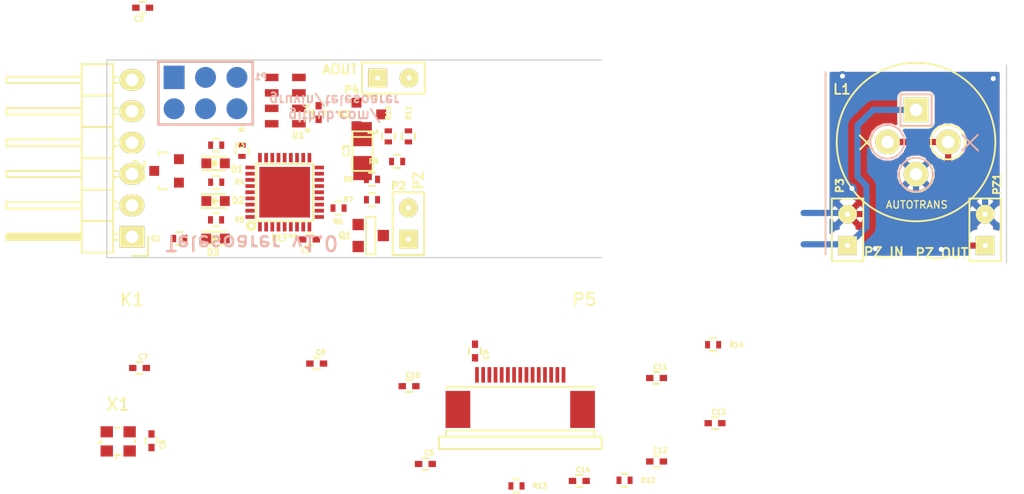
<source format=kicad_pcb>
(kicad_pcb (version 4) (host pcbnew 4.0.4-stable)

  (general
    (links 80)
    (no_connects 75)
    (area 27.904 25.996599 114.185701 66.306201)
    (thickness 1.6)
    (drawings 25)
    (tracks 35)
    (zones 0)
    (modules 45)
    (nets 42)
  )

  (page User 150.012 110.007)
  (title_block
    (title Telesoarer)
    (date 2016-10-31)
    (rev 1.0)
    (company "Gruvin and Co")
    (comment 3 "for RC Slope Soaring / Sailplanes")
    (comment 4 "Altitude Telemetry and Lost Model Alarm")
  )

  (layers
    (0 F.Cu signal)
    (31 B.Cu signal)
    (32 B.Adhes user hide)
    (33 F.Adhes user hide)
    (34 B.Paste user hide)
    (35 F.Paste user hide)
    (36 B.SilkS user hide)
    (37 F.SilkS user)
    (38 B.Mask user hide)
    (39 F.Mask user hide)
    (40 Dwgs.User user)
    (41 Cmts.User user)
    (42 Eco1.User user)
    (43 Eco2.User user)
    (44 Edge.Cuts user)
  )

  (setup
    (last_trace_width 0.15)
    (user_trace_width 0.15)
    (user_trace_width 0.254)
    (user_trace_width 0.5)
    (user_trace_width 1)
    (trace_clearance 0.15)
    (zone_clearance 0.508)
    (zone_45_only yes)
    (trace_min 0.15)
    (segment_width 0.15)
    (edge_width 0.1)
    (via_size 0.8)
    (via_drill 0.4)
    (via_min_size 0.65)
    (via_min_drill 0.4)
    (user_via 0.8 0.4)
    (uvia_size 0.508)
    (uvia_drill 0.127)
    (uvias_allowed no)
    (uvia_min_size 0.508)
    (uvia_min_drill 0.127)
    (pcb_text_width 0.3)
    (pcb_text_size 1.5 1.5)
    (mod_edge_width 0.15)
    (mod_text_size 1 1)
    (mod_text_width 0.15)
    (pad_size 0.8 0.8)
    (pad_drill 0)
    (pad_to_mask_clearance 0)
    (aux_axis_origin 40.513 30.48)
    (grid_origin 40.513 30.48)
    (visible_elements 7FFFFFFF)
    (pcbplotparams
      (layerselection 0x00030_80000001)
      (usegerberextensions true)
      (excludeedgelayer true)
      (linewidth 0.150000)
      (plotframeref false)
      (viasonmask false)
      (mode 1)
      (useauxorigin false)
      (hpglpennumber 1)
      (hpglpenspeed 20)
      (hpglpendiameter 15)
      (hpglpenoverlay 2)
      (psnegative false)
      (psa4output false)
      (plotreference true)
      (plotvalue true)
      (plotinvisibletext false)
      (padsonsilk false)
      (subtractmaskfromsilk false)
      (outputformat 1)
      (mirror false)
      (drillshape 0)
      (scaleselection 1)
      (outputdirectory production/))
  )

  (net 0 "")
  (net 1 /MISO)
  (net 2 /MOSI)
  (net 3 /SCK)
  (net 4 /SIG)
  (net 5 GND)
  (net 6 "Net-(IC1-Pad1)")
  (net 7 "Net-(IC1-Pad9)")
  (net 8 "Net-(IC1-Pad12)")
  (net 9 "Net-(IC1-Pad30)")
  (net 10 "Net-(IC1-Pad31)")
  (net 11 "Net-(L1-Pad1)")
  (net 12 "Net-(L1-Pad3)")
  (net 13 "Net-(Q1-Pad1)")
  (net 14 "Net-(D1-Pad2)")
  (net 15 "Net-(D2-Pad2)")
  (net 16 "Net-(D3-Pad2)")
  (net 17 /LED_RED)
  (net 18 /LED_BLUE)
  (net 19 /LED_GREEN)
  (net 20 "Net-(Q2-Pad3)")
  (net 21 +3V3)
  (net 22 "Net-(P4-Pad2)")
  (net 23 /~RESET)
  (net 24 "Net-(C2-Pad2)")
  (net 25 +BATT)
  (net 26 "Net-(C4-Pad1)")
  (net 27 "Net-(C6-Pad1)")
  (net 28 "Net-(C8-Pad1)")
  (net 29 "Net-(C9-Pad1)")
  (net 30 "Net-(C9-Pad2)")
  (net 31 "Net-(C10-Pad1)")
  (net 32 "Net-(C10-Pad2)")
  (net 33 "Net-(C13-Pad1)")
  (net 34 "Net-(C14-Pad1)")
  (net 35 /~RES)
  (net 36 /D/~C)
  (net 37 /OLED_~SS)
  (net 38 /SENS_~SS)
  (net 39 /TX)
  (net 40 /RX)
  (net 41 "Net-(P5-Pad13)")

  (net_class Default "This is the default net class."
    (clearance 0.15)
    (trace_width 0.254)
    (via_dia 0.8)
    (via_drill 0.4)
    (uvia_dia 0.508)
    (uvia_drill 0.127)
    (add_net +3V3)
    (add_net +BATT)
    (add_net /D/~C)
    (add_net /LED_BLUE)
    (add_net /LED_GREEN)
    (add_net /LED_RED)
    (add_net /MISO)
    (add_net /MOSI)
    (add_net /OLED_~SS)
    (add_net /RX)
    (add_net /SCK)
    (add_net /SENS_~SS)
    (add_net /SIG)
    (add_net /TX)
    (add_net /~RES)
    (add_net /~RESET)
    (add_net GND)
    (add_net "Net-(C10-Pad1)")
    (add_net "Net-(C10-Pad2)")
    (add_net "Net-(C13-Pad1)")
    (add_net "Net-(C14-Pad1)")
    (add_net "Net-(C2-Pad2)")
    (add_net "Net-(C4-Pad1)")
    (add_net "Net-(C6-Pad1)")
    (add_net "Net-(C8-Pad1)")
    (add_net "Net-(C9-Pad1)")
    (add_net "Net-(C9-Pad2)")
    (add_net "Net-(D1-Pad2)")
    (add_net "Net-(D2-Pad2)")
    (add_net "Net-(D3-Pad2)")
    (add_net "Net-(IC1-Pad1)")
    (add_net "Net-(IC1-Pad12)")
    (add_net "Net-(IC1-Pad30)")
    (add_net "Net-(IC1-Pad31)")
    (add_net "Net-(IC1-Pad9)")
    (add_net "Net-(L1-Pad1)")
    (add_net "Net-(L1-Pad3)")
    (add_net "Net-(P4-Pad2)")
    (add_net "Net-(P5-Pad13)")
    (add_net "Net-(Q1-Pad1)")
    (add_net "Net-(Q2-Pad3)")
  )

  (net_class +5V ""
    (clearance 0.15)
    (trace_width 0.5)
    (via_dia 0.8)
    (via_drill 0.4)
    (uvia_dia 0.508)
    (uvia_drill 0.127)
  )

  (net_class GND ""
    (clearance 0.15)
    (trace_width 0.5)
    (via_dia 0.8)
    (via_drill 0.4)
    (uvia_dia 0.508)
    (uvia_drill 0.127)
  )

  (module POGO_ISP_3x2 (layer B.Cu) (tedit 581A7F59) (tstamp 51B69DBF)
    (at 47.9806 33.6804)
    (descr "Double rangee de contacts 2 x 4 pins")
    (tags CONN)
    (path /5815651E)
    (fp_text reference P1 (at 4.4704 -1.3208) (layer B.SilkS)
      (effects (font (size 0.508 0.508) (thickness 0.127)) (justify mirror))
    )
    (fp_text value "ATMEL ISP" (at 0.1524 -4.4704) (layer B.SilkS) hide
      (effects (font (size 1.016 1.016) (thickness 0.2032)) (justify mirror))
    )
    (fp_line (start 3.81 -2.54) (end -3.81 -2.54) (layer B.SilkS) (width 0.2032))
    (fp_line (start -3.81 2.54) (end 3.81 2.54) (layer B.SilkS) (width 0.2032))
    (fp_line (start 3.81 2.54) (end 3.81 -2.54) (layer B.SilkS) (width 0.2032))
    (fp_line (start -3.81 -2.54) (end -3.81 2.54) (layer B.SilkS) (width 0.2032))
    (pad 1 smd rect (at -2.54 -1.27) (size 1.69926 1.89992) (layers B.Cu B.Mask)
      (net 1 /MISO))
    (pad 2 smd circle (at -2.54 1.27) (size 1.69926 1.69926) (layers B.Cu B.Mask)
      (net 21 +3V3))
    (pad 3 smd circle (at 0 -1.27) (size 1.69926 1.69926) (layers B.Cu B.Mask)
      (net 3 /SCK))
    (pad 4 smd circle (at 0 1.27) (size 1.69926 1.69926) (layers B.Cu B.Mask)
      (net 2 /MOSI))
    (pad 5 smd circle (at 2.54 -1.27) (size 1.69926 1.69926) (layers B.Cu B.Mask)
      (net 23 /~RESET))
    (pad 6 smd circle (at 2.54 1.27) (size 1.69926 1.69926) (layers B.Cu B.Mask)
      (net 5 GND))
  )

  (module footprints:LED_0603 (layer F.Cu) (tedit 581A6219) (tstamp 583730C1)
    (at 48.789 45.455)
    (descr "LED 0603 smd package")
    (tags "LED led 0603 SMD smd SMT smt smdled SMDLED smtled SMTLED")
    (path /51A743A6)
    (attr smd)
    (fp_text reference D3 (at -0.1988 1.1286 180) (layer F.SilkS)
      (effects (font (size 0.508 0.508) (thickness 0.127)))
    )
    (fp_text value GREEN (at -0.0464 0.0618) (layer F.Fab) hide
      (effects (font (size 0.508 0.508) (thickness 0.127)))
    )
    (fp_line (start -1.1 0.55) (end 0.8 0.55) (layer F.SilkS) (width 0.15))
    (fp_line (start -1.1 -0.55) (end 0.8 -0.55) (layer F.SilkS) (width 0.15))
    (fp_line (start -0.2 0) (end 0.25 0) (layer F.SilkS) (width 0.15))
    (fp_line (start -0.25 -0.25) (end -0.25 0.25) (layer F.SilkS) (width 0.15))
    (fp_line (start -0.25 0) (end 0 -0.25) (layer F.SilkS) (width 0.15))
    (fp_line (start 0 -0.25) (end 0 0.25) (layer F.SilkS) (width 0.15))
    (fp_line (start 0 0.25) (end -0.25 0) (layer F.SilkS) (width 0.15))
    (fp_line (start 1.4 -0.75) (end 1.4 0.75) (layer F.CrtYd) (width 0.05))
    (fp_line (start 1.4 0.75) (end -1.4 0.75) (layer F.CrtYd) (width 0.05))
    (fp_line (start -1.4 0.75) (end -1.4 -0.75) (layer F.CrtYd) (width 0.05))
    (fp_line (start -1.4 -0.75) (end 1.4 -0.75) (layer F.CrtYd) (width 0.05))
    (pad 2 smd rect (at 0.7493 0 180) (size 0.79756 0.79756) (layers F.Cu F.Paste F.Mask)
      (net 16 "Net-(D3-Pad2)"))
    (pad 1 smd rect (at -0.7493 0 180) (size 0.79756 0.79756) (layers F.Cu F.Paste F.Mask)
      (net 5 GND))
    (model ${KIPRJMOD}/share/packages3d/led_sm0603_grn.wrl
      (at (xyz 0 0 0))
      (scale (xyz 1 1 1))
      (rotate (xyz 0 0 180))
    )
  )

  (module footprints:LED_0603 (layer F.Cu) (tedit 581A6275) (tstamp 583730B1)
    (at 48.7934 42.418)
    (descr "LED 0603 smd package")
    (tags "LED led 0603 SMD smd SMT smt smdled SMDLED smtled SMTLED")
    (path /51A743A4)
    (attr smd)
    (fp_text reference D2 (at 1.8288 -0.0508 180) (layer F.SilkS)
      (effects (font (size 0.508 0.508) (thickness 0.127)))
    )
    (fp_text value BLUE (at -0.0508 0.0508) (layer F.Fab) hide
      (effects (font (size 0.508 0.508) (thickness 0.127)))
    )
    (fp_line (start -1.1 0.55) (end 0.8 0.55) (layer F.SilkS) (width 0.15))
    (fp_line (start -1.1 -0.55) (end 0.8 -0.55) (layer F.SilkS) (width 0.15))
    (fp_line (start -0.2 0) (end 0.25 0) (layer F.SilkS) (width 0.15))
    (fp_line (start -0.25 -0.25) (end -0.25 0.25) (layer F.SilkS) (width 0.15))
    (fp_line (start -0.25 0) (end 0 -0.25) (layer F.SilkS) (width 0.15))
    (fp_line (start 0 -0.25) (end 0 0.25) (layer F.SilkS) (width 0.15))
    (fp_line (start 0 0.25) (end -0.25 0) (layer F.SilkS) (width 0.15))
    (fp_line (start 1.4 -0.75) (end 1.4 0.75) (layer F.CrtYd) (width 0.05))
    (fp_line (start 1.4 0.75) (end -1.4 0.75) (layer F.CrtYd) (width 0.05))
    (fp_line (start -1.4 0.75) (end -1.4 -0.75) (layer F.CrtYd) (width 0.05))
    (fp_line (start -1.4 -0.75) (end 1.4 -0.75) (layer F.CrtYd) (width 0.05))
    (pad 2 smd rect (at 0.7493 0 180) (size 0.79756 0.79756) (layers F.Cu F.Paste F.Mask)
      (net 15 "Net-(D2-Pad2)"))
    (pad 1 smd rect (at -0.7493 0 180) (size 0.79756 0.79756) (layers F.Cu F.Paste F.Mask)
      (net 5 GND))
    (model ${KIPRJMOD}/share/packages3d/led_sm0603_blu.wrl
      (at (xyz 0 0 0))
      (scale (xyz 1 1 1))
      (rotate (xyz 0 0 180))
    )
  )

  (module footprints:LED_0603 (layer F.Cu) (tedit 581A6269) (tstamp 583730A1)
    (at 48.7934 39.37)
    (descr "LED 0603 smd package")
    (tags "LED led 0603 SMD smd SMT smt smdled SMDLED smtled SMTLED")
    (path /51A743A2)
    (attr smd)
    (fp_text reference D1 (at 1.7272 0.4572 180) (layer F.SilkS)
      (effects (font (size 0.508 0.508) (thickness 0.127)))
    )
    (fp_text value RED (at 0.0508 0.0508) (layer F.Fab) hide
      (effects (font (size 0.508 0.508) (thickness 0.127)))
    )
    (fp_line (start -1.1 0.55) (end 0.8 0.55) (layer F.SilkS) (width 0.15))
    (fp_line (start -1.1 -0.55) (end 0.8 -0.55) (layer F.SilkS) (width 0.15))
    (fp_line (start -0.2 0) (end 0.25 0) (layer F.SilkS) (width 0.15))
    (fp_line (start -0.25 -0.25) (end -0.25 0.25) (layer F.SilkS) (width 0.15))
    (fp_line (start -0.25 0) (end 0 -0.25) (layer F.SilkS) (width 0.15))
    (fp_line (start 0 -0.25) (end 0 0.25) (layer F.SilkS) (width 0.15))
    (fp_line (start 0 0.25) (end -0.25 0) (layer F.SilkS) (width 0.15))
    (fp_line (start 1.4 -0.75) (end 1.4 0.75) (layer F.CrtYd) (width 0.05))
    (fp_line (start 1.4 0.75) (end -1.4 0.75) (layer F.CrtYd) (width 0.05))
    (fp_line (start -1.4 0.75) (end -1.4 -0.75) (layer F.CrtYd) (width 0.05))
    (fp_line (start -1.4 -0.75) (end 1.4 -0.75) (layer F.CrtYd) (width 0.05))
    (pad 2 smd rect (at 0.7493 0 180) (size 0.79756 0.79756) (layers F.Cu F.Paste F.Mask)
      (net 14 "Net-(D1-Pad2)"))
    (pad 1 smd rect (at -0.7493 0 180) (size 0.79756 0.79756) (layers F.Cu F.Paste F.Mask)
      (net 5 GND))
    (model ${KIPRJMOD}/share/packages3d/led_sm0603_red.wrl
      (at (xyz 0 0 0))
      (scale (xyz 1 1 1))
      (rotate (xyz 0 0 180))
    )
  )

  (module footprints:TRI-3 (layer F.Cu) (tedit 581A7FAE) (tstamp 58311251)
    (at 105.4354 37.6428 270)
    (descr "Inductor 3 pin")
    (tags "inductor 3pin")
    (path /5470FC2F)
    (attr smd)
    (fp_text reference L1 (at -4.2672 5.9944 360) (layer F.SilkS)
      (effects (font (size 0.8 0.8) (thickness 0.15)))
    )
    (fp_text value AUTOTRANS (at 5.08 -0.0635 360) (layer F.SilkS)
      (effects (font (size 0.6 0.6) (thickness 0.1)))
    )
    (fp_circle (center 0 0) (end 5.5 3.3) (layer F.SilkS) (width 0.15))
    (pad 1 thru_hole rect (at -2.6 0 270) (size 2 2) (drill 1) (layers *.Cu *.Mask F.SilkS)
      (net 11 "Net-(L1-Pad1)"))
    (pad 2 thru_hole circle (at 2.6 0 270) (size 2 2) (drill 1) (layers *.Cu *.Mask F.SilkS)
      (net 25 +BATT))
    (pad 3 thru_hole circle (at 0 -2.6 270) (size 2 2) (drill 1) (layers *.Cu *.Mask F.SilkS)
      (net 12 "Net-(L1-Pad3)"))
    (pad 3 thru_hole circle (at 0 2.3 270) (size 2 2) (drill 1) (layers *.Cu *.Mask F.SilkS)
      (net 12 "Net-(L1-Pad3)"))
  )

  (module footprints:SOT23-BCE (layer F.Cu) (tedit 581A651A) (tstamp 582E02E4)
    (at 61.341 45.212 90)
    (descr "Module CMS SOT23 Transistore EBC")
    (tags "CMS SOT")
    (path /51B6AE78)
    (attr smd)
    (fp_text reference Q1 (at 0 -2.0828 180) (layer F.SilkS)
      (effects (font (size 0.508 0.508) (thickness 0.127)))
    )
    (fp_text value BC847C (at 0 -0.2032 180) (layer F.SilkS) hide
      (effects (font (size 0.508 0.508) (thickness 0.127)))
    )
    (fp_line (start -1.524 -0.381) (end 1.524 -0.381) (layer F.SilkS) (width 0.127))
    (fp_line (start 1.524 -0.381) (end 1.524 0.381) (layer F.SilkS) (width 0.127))
    (fp_line (start 1.524 0.381) (end -1.524 0.381) (layer F.SilkS) (width 0.127))
    (fp_line (start -1.524 0.381) (end -1.524 -0.381) (layer F.SilkS) (width 0.127))
    (pad 2 smd rect (at -0.889 -1.016 90) (size 0.9144 0.9144) (layers F.Cu F.Paste F.Mask)
      (net 5 GND))
    (pad 1 smd rect (at 0.889 -1.016 90) (size 0.9144 0.9144) (layers F.Cu F.Paste F.Mask)
      (net 13 "Net-(Q1-Pad1)"))
    (pad 3 smd rect (at 0 1.016 90) (size 0.9144 0.9144) (layers F.Cu F.Paste F.Mask)
      (net 11 "Net-(L1-Pad1)"))
    (model TO_SOT_Packages_SMD.3dshapes/SOT-23.wrl
      (at (xyz 0 0 0))
      (scale (xyz 1 1 1))
      (rotate (xyz 0 0 180))
    )
  )

  (module footprints:PIN_ARRAY_2X1 (layer F.Cu) (tedit 581A7DB7) (tstamp 582E02DB)
    (at 111.0234 44.7548 90)
    (descr "Connecteurs 2 pins")
    (tags "CONN DEV")
    (path /51A7493C)
    (fp_text reference PZ1 (at 3.7084 0.9652 90) (layer F.SilkS)
      (effects (font (size 0.6 0.6) (thickness 0.15)))
    )
    (fp_text value PZ_OUT (at -1.8796 -3.5052 360) (layer F.SilkS)
      (effects (font (size 0.762 0.762) (thickness 0.1524)))
    )
    (fp_line (start -2.54 1.27) (end -2.54 -1.27) (layer F.SilkS) (width 0.1524))
    (fp_line (start -2.54 -1.27) (end 2.54 -1.27) (layer F.SilkS) (width 0.1524))
    (fp_line (start 2.54 -1.27) (end 2.54 1.27) (layer F.SilkS) (width 0.1524))
    (fp_line (start 2.54 1.27) (end -2.54 1.27) (layer F.SilkS) (width 0.1524))
    (pad 1 thru_hole rect (at -1.27 0 90) (size 1.524 1.524) (drill 0.4) (layers *.Cu *.Mask F.SilkS)
      (net 12 "Net-(L1-Pad3)"))
    (pad 2 thru_hole circle (at 1.27 0 90) (size 1.524 1.524) (drill 0.4) (layers *.Cu *.Mask F.SilkS)
      (net 25 +BATT))
  )

  (module footprints:PIN_ARRAY_2X1 (layer F.Cu) (tedit 581A61A0) (tstamp 58169167)
    (at 64.389 44.2468 90)
    (descr "Connecteurs 2 pins")
    (tags "CONN DEV")
    (path /5815E6BA)
    (fp_text reference P2 (at 3.048 -0.8128 360) (layer F.SilkS)
      (effects (font (size 0.6 0.6) (thickness 0.15)))
    )
    (fp_text value PZ (at 3.5052 0.8128 270) (layer F.SilkS)
      (effects (font (size 0.762 0.762) (thickness 0.1524)))
    )
    (fp_line (start -2.54 1.27) (end -2.54 -1.27) (layer F.SilkS) (width 0.1524))
    (fp_line (start -2.54 -1.27) (end 2.54 -1.27) (layer F.SilkS) (width 0.1524))
    (fp_line (start 2.54 -1.27) (end 2.54 1.27) (layer F.SilkS) (width 0.1524))
    (fp_line (start 2.54 1.27) (end -2.54 1.27) (layer F.SilkS) (width 0.1524))
    (pad 1 thru_hole rect (at -1.27 0 90) (size 1.524 1.524) (drill 0.4) (layers *.Cu *.Mask F.SilkS)
      (net 11 "Net-(L1-Pad1)"))
    (pad 2 thru_hole circle (at 1.27 0 90) (size 1.524 1.524) (drill 0.4) (layers *.Cu *.Mask F.SilkS)
      (net 25 +BATT))
  )

  (module footprints:PIN_ARRAY_2X1 (layer F.Cu) (tedit 581A7DA8) (tstamp 5816916D)
    (at 99.8982 44.7548 90)
    (descr "Connecteurs 2 pins")
    (tags "CONN DEV")
    (path /5815E744)
    (fp_text reference P3 (at 3.5814 -0.6223 270) (layer F.SilkS)
      (effects (font (size 0.6 0.6) (thickness 0.15)))
    )
    (fp_text value PZ_IN (at -1.8034 2.9337 360) (layer F.SilkS)
      (effects (font (size 0.762 0.762) (thickness 0.1524)))
    )
    (fp_line (start -2.54 1.27) (end -2.54 -1.27) (layer F.SilkS) (width 0.1524))
    (fp_line (start -2.54 -1.27) (end 2.54 -1.27) (layer F.SilkS) (width 0.1524))
    (fp_line (start 2.54 -1.27) (end 2.54 1.27) (layer F.SilkS) (width 0.1524))
    (fp_line (start 2.54 1.27) (end -2.54 1.27) (layer F.SilkS) (width 0.1524))
    (pad 1 thru_hole rect (at -1.27 0 90) (size 1.524 1.524) (drill 0.4) (layers *.Cu *.Mask F.SilkS)
      (net 11 "Net-(L1-Pad1)"))
    (pad 2 thru_hole circle (at 1.27 0 90) (size 1.524 1.524) (drill 0.4) (layers *.Cu *.Mask F.SilkS)
      (net 25 +BATT))
  )

  (module footprints:PIN_ARRAY_2X1 (layer F.Cu) (tedit 5816ABE2) (tstamp 58169173)
    (at 63.1698 32.4612)
    (descr "Connecteurs 2 pins")
    (tags "CONN DEV")
    (path /581633CD)
    (fp_text reference P4 (at -3.3655 0.9525 180) (layer F.SilkS)
      (effects (font (size 0.6 0.6) (thickness 0.15)))
    )
    (fp_text value AOUT (at -4.318 -0.6985) (layer F.SilkS)
      (effects (font (size 0.762 0.762) (thickness 0.1524)))
    )
    (fp_line (start -2.54 1.27) (end -2.54 -1.27) (layer F.SilkS) (width 0.1524))
    (fp_line (start -2.54 -1.27) (end 2.54 -1.27) (layer F.SilkS) (width 0.1524))
    (fp_line (start 2.54 -1.27) (end 2.54 1.27) (layer F.SilkS) (width 0.1524))
    (fp_line (start 2.54 1.27) (end -2.54 1.27) (layer F.SilkS) (width 0.1524))
    (pad 1 thru_hole rect (at -1.27 0) (size 1.524 1.524) (drill 0.4) (layers *.Cu *.Mask F.SilkS)
      (net 5 GND))
    (pad 2 thru_hole circle (at 1.27 0) (size 1.524 1.524) (drill 0.4) (layers *.Cu *.Mask F.SilkS)
      (net 22 "Net-(P4-Pad2)"))
  )

  (module TO_SOT_Packages_SMD:SOT-23 (layer F.Cu) (tedit 581A652A) (tstamp 5816917A)
    (at 61.1886 35.4076 270)
    (descr "SOT-23, Standard")
    (tags SOT-23)
    (path /5815B84B)
    (attr smd)
    (fp_text reference Q2 (at 0 1.9812 360) (layer F.SilkS)
      (effects (font (size 0.508 0.508) (thickness 0.127)))
    )
    (fp_text value 2N7000 (at 0.0508 -0.1016 360) (layer F.Fab) hide
      (effects (font (size 0.508 0.508) (thickness 0.127)))
    )
    (fp_line (start -1.65 -1.6) (end 1.65 -1.6) (layer F.CrtYd) (width 0.05))
    (fp_line (start 1.65 -1.6) (end 1.65 1.6) (layer F.CrtYd) (width 0.05))
    (fp_line (start 1.65 1.6) (end -1.65 1.6) (layer F.CrtYd) (width 0.05))
    (fp_line (start -1.65 1.6) (end -1.65 -1.6) (layer F.CrtYd) (width 0.05))
    (fp_line (start 1.29916 -0.65024) (end 1.2509 -0.65024) (layer F.SilkS) (width 0.15))
    (fp_line (start -1.49982 0.0508) (end -1.49982 -0.65024) (layer F.SilkS) (width 0.15))
    (fp_line (start -1.49982 -0.65024) (end -1.2509 -0.65024) (layer F.SilkS) (width 0.15))
    (fp_line (start 1.29916 -0.65024) (end 1.49982 -0.65024) (layer F.SilkS) (width 0.15))
    (fp_line (start 1.49982 -0.65024) (end 1.49982 0.0508) (layer F.SilkS) (width 0.15))
    (pad 1 smd rect (at -0.95 1.00076 270) (size 0.8001 0.8001) (layers F.Cu F.Paste F.Mask)
      (net 22 "Net-(P4-Pad2)"))
    (pad 2 smd rect (at 0.95 1.00076 270) (size 0.8001 0.8001) (layers F.Cu F.Paste F.Mask)
      (net 5 GND))
    (pad 3 smd rect (at 0 -0.99822 270) (size 0.8001 0.8001) (layers F.Cu F.Paste F.Mask)
      (net 20 "Net-(Q2-Pad3)"))
    (model TO_SOT_Packages_SMD.3dshapes/SOT-23.wrl
      (at (xyz 0 0 0))
      (scale (xyz 1 1 1))
      (rotate (xyz 0 0 0))
    )
  )

  (module footprints:MS5611_8_3mmx5mm_SMD (layer F.Cu) (tedit 581A7F44) (tstamp 581691A5)
    (at 54.4322 34.29 180)
    (path /5815FC96)
    (fp_text reference U1 (at -1.0668 -2.794 180) (layer F.SilkS)
      (effects (font (size 0.508 0.508) (thickness 0.127)))
    )
    (fp_text value MS5611 (at 0 0 270) (layer F.Fab) hide
      (effects (font (size 0.508 0.508) (thickness 0.127)))
    )
    (fp_circle (center -1.8 -2.4) (end -1.7 -2.3) (layer F.SilkS) (width 0.15))
    (pad 1 smd rect (at -1.1 -1.875 180) (size 1.1 0.6) (layers F.Cu F.Paste F.Mask)
      (net 21 +3V3))
    (pad 8 smd rect (at 1.1 -1.875 180) (size 1.1 0.6) (layers F.Cu F.Paste F.Mask)
      (net 3 /SCK))
    (pad 2 smd rect (at -1.1 -0.625 180) (size 1.1 0.6) (layers F.Cu F.Paste F.Mask)
      (net 5 GND))
    (pad 7 smd rect (at 1.1 -0.625 180) (size 1.1 0.6) (layers F.Cu F.Paste F.Mask)
      (net 2 /MOSI))
    (pad 3 smd rect (at -1.1 0.625 180) (size 1.1 0.6) (layers F.Cu F.Paste F.Mask)
      (net 5 GND))
    (pad 6 smd rect (at 1.1 0.625 180) (size 1.1 0.6) (layers F.Cu F.Paste F.Mask)
      (net 1 /MISO))
    (pad 4 smd rect (at -1.1 1.875 180) (size 1.1 0.6) (layers F.Cu F.Paste F.Mask)
      (net 38 /SENS_~SS))
    (pad 5 smd rect (at 1.1 1.875 180) (size 1.1 0.6) (layers F.Cu F.Paste F.Mask)
      (net 38 /SENS_~SS))
  )

  (module footprints:TantalC_SizeS_EIA-3216 (layer F.Cu) (tedit 581578A9) (tstamp 581D7FF1)
    (at 60.6806 38.3794 90)
    (descr "Tantal Cap. , Size S, EIA-3216, Hand Soldering")
    (path /581DCB25)
    (fp_text reference C3 (at 0.0254 -1.2954 90) (layer F.SilkS)
      (effects (font (size 0.508 0.508) (thickness 0.127)))
    )
    (fp_text value 22u (at -0.127 0 90) (layer F.Fab)
      (effects (font (size 0.508 0.508) (thickness 0.127)))
    )
    (fp_line (start 1.143 0.8128) (end 1.143 -0.8128) (layer F.SilkS) (width 0.15))
    (fp_line (start -1.6002 -0.8128) (end -1.6002 0.8128) (layer F.SilkS) (width 0.15))
    (fp_line (start -1.6002 0.8128) (end 1.6002 0.8128) (layer F.SilkS) (width 0.15))
    (fp_line (start 1.6002 0.8128) (end 1.6002 -0.8128) (layer F.SilkS) (width 0.15))
    (fp_line (start 1.6002 -0.8128) (end -1.6002 -0.8128) (layer F.SilkS) (width 0.15))
    (pad 1 smd rect (at 1.37414 0 90) (size 1.95072 1.50114) (layers F.Cu F.Paste F.Mask)
      (net 25 +BATT))
    (pad 2 smd rect (at -1.37414 0 90) (size 1.95072 1.50114) (layers F.Cu F.Paste F.Mask)
      (net 5 GND))
    (model Capacitors_Tantalum_SMD.3dshapes/TantalC_SizeS_EIA-3216.wrl
      (at (xyz 0 0 0))
      (scale (xyz 1 1 1))
      (rotate (xyz 0 0 0))
    )
  )

  (module footprints:ZIF_FPC15 (layer F.Cu) (tedit 581D783B) (tstamp 581D80E6)
    (at 73.4314 56.4896)
    (path /581D6BFC)
    (fp_text reference P5 (at 5.2 -6.1) (layer F.SilkS)
      (effects (font (size 1 1) (thickness 0.15)))
    )
    (fp_text value "OLED 0.91\" 128x32" (at -4.8 -5.7) (layer F.Fab)
      (effects (font (size 1 1) (thickness 0.15)))
    )
    (fp_line (start 6 4.5) (end -6 4.5) (layer F.SilkS) (width 0.15))
    (fp_line (start 6 4.5) (end 6 5) (layer F.SilkS) (width 0.15))
    (fp_line (start 6 5) (end -6 5) (layer F.SilkS) (width 0.15))
    (fp_line (start -6 4.5) (end -6 5) (layer F.SilkS) (width 0.15))
    (fp_line (start -6 1) (end 6 1) (layer F.SilkS) (width 0.15))
    (fp_line (start 5.925 5) (end 6.58 5) (layer F.SilkS) (width 0.15))
    (fp_line (start -6.58 5) (end -5.925 5) (layer F.SilkS) (width 0.15))
    (fp_line (start 6.58 6) (end 6.58 5) (layer F.SilkS) (width 0.15))
    (fp_line (start -6.58 6) (end -6.58 5) (layer F.SilkS) (width 0.15))
    (fp_line (start -6.58 6) (end 6.58 6) (layer F.SilkS) (width 0.15))
    (pad 8 smd rect (at 0 0) (size 0.3 1.25) (layers F.Cu F.Paste F.Mask)
      (net 37 /OLED_~SS))
    (pad "" smd rect (at 5.04 2.8) (size 2 3) (layers F.Cu F.Paste F.Mask))
    (pad "" smd rect (at -5.04 2.8) (size 2 3) (layers F.Cu F.Paste F.Mask))
    (pad 9 smd rect (at 0.5 0) (size 0.3 1.25) (layers F.Cu F.Paste F.Mask)
      (net 35 /~RES))
    (pad 10 smd rect (at 1 0) (size 0.3 1.25) (layers F.Cu F.Paste F.Mask)
      (net 36 /D/~C))
    (pad 11 smd rect (at 1.5 0) (size 0.3 1.25) (layers F.Cu F.Paste F.Mask)
      (net 3 /SCK))
    (pad 12 smd rect (at 2 0) (size 0.3 1.25) (layers F.Cu F.Paste F.Mask)
      (net 2 /MOSI))
    (pad 13 smd rect (at 2.5 0) (size 0.3 1.25) (layers F.Cu F.Paste F.Mask)
      (net 41 "Net-(P5-Pad13)"))
    (pad 14 smd rect (at 3 0) (size 0.3 1.25) (layers F.Cu F.Paste F.Mask)
      (net 33 "Net-(C13-Pad1)"))
    (pad 15 smd rect (at 3.5 0) (size 0.3 1.25) (layers F.Cu F.Paste F.Mask)
      (net 34 "Net-(C14-Pad1)"))
    (pad 1 smd rect (at -3.5 0) (size 0.3 1.25) (layers F.Cu F.Paste F.Mask)
      (net 30 "Net-(C9-Pad2)"))
    (pad 2 smd rect (at -3 0) (size 0.3 1.25) (layers F.Cu F.Paste F.Mask)
      (net 29 "Net-(C9-Pad1)"))
    (pad 3 smd rect (at -2.5 0) (size 0.3 1.25) (layers F.Cu F.Paste F.Mask)
      (net 32 "Net-(C10-Pad2)"))
    (pad 4 smd rect (at -2 0) (size 0.3 1.25) (layers F.Cu F.Paste F.Mask)
      (net 31 "Net-(C10-Pad1)"))
    (pad 5 smd rect (at -1.5 0) (size 0.3 1.25) (layers F.Cu F.Paste F.Mask)
      (net 21 +3V3))
    (pad 6 smd rect (at -1 0) (size 0.3 1.25) (layers F.Cu F.Paste F.Mask)
      (net 5 GND))
    (pad 7 smd rect (at -0.5 0) (size 0.3 1.25) (layers F.Cu F.Paste F.Mask)
      (net 21 +3V3))
  )

  (module Crystals:Crystal_SMD_2520_4Pads (layer F.Cu) (tedit 56EB1FD0) (tstamp 581D81A9)
    (at 40.9194 61.8744)
    (descr "Ceramic SMD crystal, 2.5x2.0mm, 4 Pads, http://www.txccrystal.com/images/pdf/8z-accuracy.pdf")
    (tags "crystal oscillator quartz SMD SMT 5032")
    (path /581D202B)
    (attr smd)
    (fp_text reference X1 (at 0 -3) (layer F.SilkS)
      (effects (font (size 1 1) (thickness 0.15)))
    )
    (fp_text value 16MHz (at 0 2.5) (layer F.Fab)
      (effects (font (size 1 1) (thickness 0.15)))
    )
    (fp_line (start 1.25 1) (end 1.25 -1) (layer F.Fab) (width 0.15))
    (fp_line (start -1.25 1) (end 1.25 1) (layer F.Fab) (width 0.15))
    (fp_line (start -1.25 -1) (end -1.25 1) (layer F.Fab) (width 0.15))
    (fp_line (start 1.25 -1) (end -1.25 -1) (layer F.Fab) (width 0.15))
    (fp_line (start -1.35 0.1) (end -1.6 0.1) (layer F.SilkS) (width 0.15))
    (fp_line (start -0.2 1.1) (end -0.2 1.4) (layer F.SilkS) (width 0.15))
    (fp_line (start 1.9 1.7) (end 1.9 -1.7) (layer F.CrtYd) (width 0.05))
    (fp_line (start -1.9 1.7) (end 1.9 1.7) (layer F.CrtYd) (width 0.05))
    (fp_line (start -1.9 -1.7) (end -1.9 1.7) (layer F.CrtYd) (width 0.05))
    (fp_line (start 1.9 -1.7) (end -1.9 -1.7) (layer F.CrtYd) (width 0.05))
    (fp_line (start 0.2 1.1) (end -0.2 1.1) (layer F.SilkS) (width 0.15))
    (fp_line (start -0.2 -1.1) (end 0.2 -1.1) (layer F.SilkS) (width 0.15))
    (fp_line (start 1.35 0.1) (end 1.35 -0.1) (layer F.SilkS) (width 0.15))
    (fp_line (start -1.35 0.1) (end -1.35 -0.1) (layer F.SilkS) (width 0.15))
    (pad 1 smd rect (at -0.925 0.775) (size 1 0.9) (layers F.Cu F.Paste F.Mask)
      (net 26 "Net-(C4-Pad1)"))
    (pad 3 smd rect (at 0.925 0.775) (size 1 0.9) (layers F.Cu F.Paste F.Mask)
      (net 5 GND))
    (pad 2 smd rect (at 0.925 -0.775) (size 1 0.9) (layers F.Cu F.Paste F.Mask)
      (net 27 "Net-(C6-Pad1)"))
    (pad 3 smd rect (at -0.925 -0.775) (size 1 0.9) (layers F.Cu F.Paste F.Mask)
      (net 5 GND))
    (model Crystals.3dshapes/Crystal_SMD_2520_4Pads.wrl
      (at (xyz 0 0 0))
      (scale (xyz 1 1 1))
      (rotate (xyz 0 0 0))
    )
  )

  (module footprints:C_0402 (layer F.Cu) (tedit 581D804A) (tstamp 581F666B)
    (at 56.388 45.5295 180)
    (descr "Capacitor SMD 0402, reflow soldering, AVX (see smccp.pdf)")
    (tags "capacitor 0402")
    (path /58164239)
    (attr smd)
    (fp_text reference C1 (at 0.3 -0.9 180) (layer F.SilkS)
      (effects (font (size 0.4 0.4) (thickness 0.1)))
    )
    (fp_text value 0u1 (at 0 0 180) (layer F.Fab) hide
      (effects (font (size 0.4 0.4) (thickness 0.1)))
    )
    (fp_line (start -1.15 -0.6) (end 1.15 -0.6) (layer F.CrtYd) (width 0.05))
    (fp_line (start -1.15 0.6) (end 1.15 0.6) (layer F.CrtYd) (width 0.05))
    (fp_line (start -1.15 -0.6) (end -1.15 0.6) (layer F.CrtYd) (width 0.05))
    (fp_line (start 1.15 -0.6) (end 1.15 0.6) (layer F.CrtYd) (width 0.05))
    (fp_line (start 0.25 -0.475) (end -0.25 -0.475) (layer F.SilkS) (width 0.15))
    (fp_line (start -0.25 0.475) (end 0.25 0.475) (layer F.SilkS) (width 0.15))
    (pad 1 smd rect (at -0.55 0 180) (size 0.6 0.5) (layers F.Cu F.Paste F.Mask)
      (net 21 +3V3))
    (pad 2 smd rect (at 0.55 0 180) (size 0.6 0.5) (layers F.Cu F.Paste F.Mask))
    (model Capacitors_SMD.3dshapes/C_0402.wrl
      (at (xyz 0 0 0))
      (scale (xyz 1 1 1))
      (rotate (xyz 0 0 0))
    )
  )

  (module footprints:C_0402 (layer F.Cu) (tedit 581D804A) (tstamp 581F6676)
    (at 42.9006 26.7716 180)
    (descr "Capacitor SMD 0402, reflow soldering, AVX (see smccp.pdf)")
    (tags "capacitor 0402")
    (path /581D47B0)
    (attr smd)
    (fp_text reference C2 (at 0.3 -0.9 180) (layer F.SilkS)
      (effects (font (size 0.4 0.4) (thickness 0.1)))
    )
    (fp_text value 0u1 (at 0 0 180) (layer F.Fab) hide
      (effects (font (size 0.4 0.4) (thickness 0.1)))
    )
    (fp_line (start -1.15 -0.6) (end 1.15 -0.6) (layer F.CrtYd) (width 0.05))
    (fp_line (start -1.15 0.6) (end 1.15 0.6) (layer F.CrtYd) (width 0.05))
    (fp_line (start -1.15 -0.6) (end -1.15 0.6) (layer F.CrtYd) (width 0.05))
    (fp_line (start 1.15 -0.6) (end 1.15 0.6) (layer F.CrtYd) (width 0.05))
    (fp_line (start 0.25 -0.475) (end -0.25 -0.475) (layer F.SilkS) (width 0.15))
    (fp_line (start -0.25 0.475) (end 0.25 0.475) (layer F.SilkS) (width 0.15))
    (pad 1 smd rect (at -0.55 0 180) (size 0.6 0.5) (layers F.Cu F.Paste F.Mask)
      (net 23 /~RESET))
    (pad 2 smd rect (at 0.55 0 180) (size 0.6 0.5) (layers F.Cu F.Paste F.Mask)
      (net 24 "Net-(C2-Pad2)"))
    (model Capacitors_SMD.3dshapes/C_0402.wrl
      (at (xyz 0 0 0))
      (scale (xyz 1 1 1))
      (rotate (xyz 0 0 0))
    )
  )

  (module footprints:C_0402 (layer F.Cu) (tedit 581D804A) (tstamp 581F6681)
    (at 57.1246 35.2552 90)
    (descr "Capacitor SMD 0402, reflow soldering, AVX (see smccp.pdf)")
    (tags "capacitor 0402")
    (path /581D2871)
    (attr smd)
    (fp_text reference C4 (at 0.3 -0.9 90) (layer F.SilkS)
      (effects (font (size 0.4 0.4) (thickness 0.1)))
    )
    (fp_text value 18p (at 0 0 90) (layer F.Fab) hide
      (effects (font (size 0.4 0.4) (thickness 0.1)))
    )
    (fp_line (start -1.15 -0.6) (end 1.15 -0.6) (layer F.CrtYd) (width 0.05))
    (fp_line (start -1.15 0.6) (end 1.15 0.6) (layer F.CrtYd) (width 0.05))
    (fp_line (start -1.15 -0.6) (end -1.15 0.6) (layer F.CrtYd) (width 0.05))
    (fp_line (start 1.15 -0.6) (end 1.15 0.6) (layer F.CrtYd) (width 0.05))
    (fp_line (start 0.25 -0.475) (end -0.25 -0.475) (layer F.SilkS) (width 0.15))
    (fp_line (start -0.25 0.475) (end 0.25 0.475) (layer F.SilkS) (width 0.15))
    (pad 1 smd rect (at -0.55 0 90) (size 0.6 0.5) (layers F.Cu F.Paste F.Mask)
      (net 26 "Net-(C4-Pad1)"))
    (pad 2 smd rect (at 0.55 0 90) (size 0.6 0.5) (layers F.Cu F.Paste F.Mask)
      (net 5 GND))
    (model Capacitors_SMD.3dshapes/C_0402.wrl
      (at (xyz 0 0 0))
      (scale (xyz 1 1 1))
      (rotate (xyz 0 0 0))
    )
  )

  (module footprints:C_0402 (layer F.Cu) (tedit 581D804A) (tstamp 581F668C)
    (at 65.7606 63.7032)
    (descr "Capacitor SMD 0402, reflow soldering, AVX (see smccp.pdf)")
    (tags "capacitor 0402")
    (path /581DD6CB)
    (attr smd)
    (fp_text reference C5 (at 0.3 -0.9) (layer F.SilkS)
      (effects (font (size 0.4 0.4) (thickness 0.1)))
    )
    (fp_text value 0u1 (at 0 0) (layer F.Fab) hide
      (effects (font (size 0.4 0.4) (thickness 0.1)))
    )
    (fp_line (start -1.15 -0.6) (end 1.15 -0.6) (layer F.CrtYd) (width 0.05))
    (fp_line (start -1.15 0.6) (end 1.15 0.6) (layer F.CrtYd) (width 0.05))
    (fp_line (start -1.15 -0.6) (end -1.15 0.6) (layer F.CrtYd) (width 0.05))
    (fp_line (start 1.15 -0.6) (end 1.15 0.6) (layer F.CrtYd) (width 0.05))
    (fp_line (start 0.25 -0.475) (end -0.25 -0.475) (layer F.SilkS) (width 0.15))
    (fp_line (start -0.25 0.475) (end 0.25 0.475) (layer F.SilkS) (width 0.15))
    (pad 1 smd rect (at -0.55 0) (size 0.6 0.5) (layers F.Cu F.Paste F.Mask)
      (net 21 +3V3))
    (pad 2 smd rect (at 0.55 0) (size 0.6 0.5) (layers F.Cu F.Paste F.Mask)
      (net 5 GND))
    (model Capacitors_SMD.3dshapes/C_0402.wrl
      (at (xyz 0 0 0))
      (scale (xyz 1 1 1))
      (rotate (xyz 0 0 0))
    )
  )

  (module footprints:C_0402 (layer F.Cu) (tedit 581D804A) (tstamp 581F6697)
    (at 43.6118 61.8236 270)
    (descr "Capacitor SMD 0402, reflow soldering, AVX (see smccp.pdf)")
    (tags "capacitor 0402")
    (path /581D28FC)
    (attr smd)
    (fp_text reference C6 (at 0.3 -0.9 270) (layer F.SilkS)
      (effects (font (size 0.4 0.4) (thickness 0.1)))
    )
    (fp_text value 18p (at 0 0 270) (layer F.Fab) hide
      (effects (font (size 0.4 0.4) (thickness 0.1)))
    )
    (fp_line (start -1.15 -0.6) (end 1.15 -0.6) (layer F.CrtYd) (width 0.05))
    (fp_line (start -1.15 0.6) (end 1.15 0.6) (layer F.CrtYd) (width 0.05))
    (fp_line (start -1.15 -0.6) (end -1.15 0.6) (layer F.CrtYd) (width 0.05))
    (fp_line (start 1.15 -0.6) (end 1.15 0.6) (layer F.CrtYd) (width 0.05))
    (fp_line (start 0.25 -0.475) (end -0.25 -0.475) (layer F.SilkS) (width 0.15))
    (fp_line (start -0.25 0.475) (end 0.25 0.475) (layer F.SilkS) (width 0.15))
    (pad 1 smd rect (at -0.55 0 270) (size 0.6 0.5) (layers F.Cu F.Paste F.Mask)
      (net 27 "Net-(C6-Pad1)"))
    (pad 2 smd rect (at 0.55 0 270) (size 0.6 0.5) (layers F.Cu F.Paste F.Mask)
      (net 5 GND))
    (model Capacitors_SMD.3dshapes/C_0402.wrl
      (at (xyz 0 0 0))
      (scale (xyz 1 1 1))
      (rotate (xyz 0 0 0))
    )
  )

  (module footprints:C_0402 (layer F.Cu) (tedit 581D804A) (tstamp 581F66A2)
    (at 42.6466 55.9308)
    (descr "Capacitor SMD 0402, reflow soldering, AVX (see smccp.pdf)")
    (tags "capacitor 0402")
    (path /4ED087A6)
    (attr smd)
    (fp_text reference C7 (at 0.3 -0.9) (layer F.SilkS)
      (effects (font (size 0.4 0.4) (thickness 0.1)))
    )
    (fp_text value 0u1 (at 0 0) (layer F.Fab) hide
      (effects (font (size 0.4 0.4) (thickness 0.1)))
    )
    (fp_line (start -1.15 -0.6) (end 1.15 -0.6) (layer F.CrtYd) (width 0.05))
    (fp_line (start -1.15 0.6) (end 1.15 0.6) (layer F.CrtYd) (width 0.05))
    (fp_line (start -1.15 -0.6) (end -1.15 0.6) (layer F.CrtYd) (width 0.05))
    (fp_line (start 1.15 -0.6) (end 1.15 0.6) (layer F.CrtYd) (width 0.05))
    (fp_line (start 0.25 -0.475) (end -0.25 -0.475) (layer F.SilkS) (width 0.15))
    (fp_line (start -0.25 0.475) (end 0.25 0.475) (layer F.SilkS) (width 0.15))
    (pad 1 smd rect (at -0.55 0) (size 0.6 0.5) (layers F.Cu F.Paste F.Mask)
      (net 21 +3V3))
    (pad 2 smd rect (at 0.55 0) (size 0.6 0.5) (layers F.Cu F.Paste F.Mask)
      (net 5 GND))
    (model Capacitors_SMD.3dshapes/C_0402.wrl
      (at (xyz 0 0 0))
      (scale (xyz 1 1 1))
      (rotate (xyz 0 0 0))
    )
  )

  (module footprints:C_0402 (layer F.Cu) (tedit 581D804A) (tstamp 581F66AD)
    (at 56.9722 55.5752)
    (descr "Capacitor SMD 0402, reflow soldering, AVX (see smccp.pdf)")
    (tags "capacitor 0402")
    (path /5815C274)
    (attr smd)
    (fp_text reference C8 (at 0.3 -0.9) (layer F.SilkS)
      (effects (font (size 0.4 0.4) (thickness 0.1)))
    )
    (fp_text value 0u1 (at 0 0) (layer F.Fab) hide
      (effects (font (size 0.4 0.4) (thickness 0.1)))
    )
    (fp_line (start -1.15 -0.6) (end 1.15 -0.6) (layer F.CrtYd) (width 0.05))
    (fp_line (start -1.15 0.6) (end 1.15 0.6) (layer F.CrtYd) (width 0.05))
    (fp_line (start -1.15 -0.6) (end -1.15 0.6) (layer F.CrtYd) (width 0.05))
    (fp_line (start 1.15 -0.6) (end 1.15 0.6) (layer F.CrtYd) (width 0.05))
    (fp_line (start 0.25 -0.475) (end -0.25 -0.475) (layer F.SilkS) (width 0.15))
    (fp_line (start -0.25 0.475) (end 0.25 0.475) (layer F.SilkS) (width 0.15))
    (pad 1 smd rect (at -0.55 0) (size 0.6 0.5) (layers F.Cu F.Paste F.Mask)
      (net 28 "Net-(C8-Pad1)"))
    (pad 2 smd rect (at 0.55 0) (size 0.6 0.5) (layers F.Cu F.Paste F.Mask)
      (net 5 GND))
    (model Capacitors_SMD.3dshapes/C_0402.wrl
      (at (xyz 0 0 0))
      (scale (xyz 1 1 1))
      (rotate (xyz 0 0 0))
    )
  )

  (module footprints:C_0402 (layer F.Cu) (tedit 581D804A) (tstamp 581F66B8)
    (at 69.7738 54.5592 270)
    (descr "Capacitor SMD 0402, reflow soldering, AVX (see smccp.pdf)")
    (tags "capacitor 0402")
    (path /581D6D96)
    (attr smd)
    (fp_text reference C9 (at 0.3 -0.9 270) (layer F.SilkS)
      (effects (font (size 0.4 0.4) (thickness 0.1)))
    )
    (fp_text value 1u (at 0 0 270) (layer F.Fab) hide
      (effects (font (size 0.4 0.4) (thickness 0.1)))
    )
    (fp_line (start -1.15 -0.6) (end 1.15 -0.6) (layer F.CrtYd) (width 0.05))
    (fp_line (start -1.15 0.6) (end 1.15 0.6) (layer F.CrtYd) (width 0.05))
    (fp_line (start -1.15 -0.6) (end -1.15 0.6) (layer F.CrtYd) (width 0.05))
    (fp_line (start 1.15 -0.6) (end 1.15 0.6) (layer F.CrtYd) (width 0.05))
    (fp_line (start 0.25 -0.475) (end -0.25 -0.475) (layer F.SilkS) (width 0.15))
    (fp_line (start -0.25 0.475) (end 0.25 0.475) (layer F.SilkS) (width 0.15))
    (pad 1 smd rect (at -0.55 0 270) (size 0.6 0.5) (layers F.Cu F.Paste F.Mask)
      (net 29 "Net-(C9-Pad1)"))
    (pad 2 smd rect (at 0.55 0 270) (size 0.6 0.5) (layers F.Cu F.Paste F.Mask)
      (net 30 "Net-(C9-Pad2)"))
    (model Capacitors_SMD.3dshapes/C_0402.wrl
      (at (xyz 0 0 0))
      (scale (xyz 1 1 1))
      (rotate (xyz 0 0 0))
    )
  )

  (module footprints:C_0402 (layer F.Cu) (tedit 581D804A) (tstamp 581F66C3)
    (at 64.4398 57.404)
    (descr "Capacitor SMD 0402, reflow soldering, AVX (see smccp.pdf)")
    (tags "capacitor 0402")
    (path /581D6F7E)
    (attr smd)
    (fp_text reference C10 (at 0.3 -0.9) (layer F.SilkS)
      (effects (font (size 0.4 0.4) (thickness 0.1)))
    )
    (fp_text value 1u (at 0 0) (layer F.Fab) hide
      (effects (font (size 0.4 0.4) (thickness 0.1)))
    )
    (fp_line (start -1.15 -0.6) (end 1.15 -0.6) (layer F.CrtYd) (width 0.05))
    (fp_line (start -1.15 0.6) (end 1.15 0.6) (layer F.CrtYd) (width 0.05))
    (fp_line (start -1.15 -0.6) (end -1.15 0.6) (layer F.CrtYd) (width 0.05))
    (fp_line (start 1.15 -0.6) (end 1.15 0.6) (layer F.CrtYd) (width 0.05))
    (fp_line (start 0.25 -0.475) (end -0.25 -0.475) (layer F.SilkS) (width 0.15))
    (fp_line (start -0.25 0.475) (end 0.25 0.475) (layer F.SilkS) (width 0.15))
    (pad 1 smd rect (at -0.55 0) (size 0.6 0.5) (layers F.Cu F.Paste F.Mask)
      (net 31 "Net-(C10-Pad1)"))
    (pad 2 smd rect (at 0.55 0) (size 0.6 0.5) (layers F.Cu F.Paste F.Mask)
      (net 32 "Net-(C10-Pad2)"))
    (model Capacitors_SMD.3dshapes/C_0402.wrl
      (at (xyz 0 0 0))
      (scale (xyz 1 1 1))
      (rotate (xyz 0 0 0))
    )
  )

  (module footprints:C_0402 (layer F.Cu) (tedit 581D804A) (tstamp 581F66CE)
    (at 84.455 56.7436)
    (descr "Capacitor SMD 0402, reflow soldering, AVX (see smccp.pdf)")
    (tags "capacitor 0402")
    (path /581D7334)
    (attr smd)
    (fp_text reference C11 (at 0.3 -0.9) (layer F.SilkS)
      (effects (font (size 0.4 0.4) (thickness 0.1)))
    )
    (fp_text value 1u (at 0 0) (layer F.Fab) hide
      (effects (font (size 0.4 0.4) (thickness 0.1)))
    )
    (fp_line (start -1.15 -0.6) (end 1.15 -0.6) (layer F.CrtYd) (width 0.05))
    (fp_line (start -1.15 0.6) (end 1.15 0.6) (layer F.CrtYd) (width 0.05))
    (fp_line (start -1.15 -0.6) (end -1.15 0.6) (layer F.CrtYd) (width 0.05))
    (fp_line (start 1.15 -0.6) (end 1.15 0.6) (layer F.CrtYd) (width 0.05))
    (fp_line (start 0.25 -0.475) (end -0.25 -0.475) (layer F.SilkS) (width 0.15))
    (fp_line (start -0.25 0.475) (end 0.25 0.475) (layer F.SilkS) (width 0.15))
    (pad 1 smd rect (at -0.55 0) (size 0.6 0.5) (layers F.Cu F.Paste F.Mask)
      (net 5 GND))
    (pad 2 smd rect (at 0.55 0) (size 0.6 0.5) (layers F.Cu F.Paste F.Mask)
      (net 21 +3V3))
    (model Capacitors_SMD.3dshapes/C_0402.wrl
      (at (xyz 0 0 0))
      (scale (xyz 1 1 1))
      (rotate (xyz 0 0 0))
    )
  )

  (module footprints:C_0402 (layer F.Cu) (tedit 581D804A) (tstamp 581F66D9)
    (at 84.455 63.5)
    (descr "Capacitor SMD 0402, reflow soldering, AVX (see smccp.pdf)")
    (tags "capacitor 0402")
    (path /581D73F0)
    (attr smd)
    (fp_text reference C12 (at 0.3 -0.9) (layer F.SilkS)
      (effects (font (size 0.4 0.4) (thickness 0.1)))
    )
    (fp_text value 1u (at 0 0) (layer F.Fab) hide
      (effects (font (size 0.4 0.4) (thickness 0.1)))
    )
    (fp_line (start -1.15 -0.6) (end 1.15 -0.6) (layer F.CrtYd) (width 0.05))
    (fp_line (start -1.15 0.6) (end 1.15 0.6) (layer F.CrtYd) (width 0.05))
    (fp_line (start -1.15 -0.6) (end -1.15 0.6) (layer F.CrtYd) (width 0.05))
    (fp_line (start 1.15 -0.6) (end 1.15 0.6) (layer F.CrtYd) (width 0.05))
    (fp_line (start 0.25 -0.475) (end -0.25 -0.475) (layer F.SilkS) (width 0.15))
    (fp_line (start -0.25 0.475) (end 0.25 0.475) (layer F.SilkS) (width 0.15))
    (pad 1 smd rect (at -0.55 0) (size 0.6 0.5) (layers F.Cu F.Paste F.Mask)
      (net 21 +3V3))
    (pad 2 smd rect (at 0.55 0) (size 0.6 0.5) (layers F.Cu F.Paste F.Mask)
      (net 5 GND))
    (model Capacitors_SMD.3dshapes/C_0402.wrl
      (at (xyz 0 0 0))
      (scale (xyz 1 1 1))
      (rotate (xyz 0 0 0))
    )
  )

  (module footprints:C_0402 (layer F.Cu) (tedit 581D804A) (tstamp 581F66E4)
    (at 89.1794 60.4012)
    (descr "Capacitor SMD 0402, reflow soldering, AVX (see smccp.pdf)")
    (tags "capacitor 0402")
    (path /581D7E2D)
    (attr smd)
    (fp_text reference C13 (at 0.3 -0.9) (layer F.SilkS)
      (effects (font (size 0.4 0.4) (thickness 0.1)))
    )
    (fp_text value 2u2 (at 0 0) (layer F.Fab) hide
      (effects (font (size 0.4 0.4) (thickness 0.1)))
    )
    (fp_line (start -1.15 -0.6) (end 1.15 -0.6) (layer F.CrtYd) (width 0.05))
    (fp_line (start -1.15 0.6) (end 1.15 0.6) (layer F.CrtYd) (width 0.05))
    (fp_line (start -1.15 -0.6) (end -1.15 0.6) (layer F.CrtYd) (width 0.05))
    (fp_line (start 1.15 -0.6) (end 1.15 0.6) (layer F.CrtYd) (width 0.05))
    (fp_line (start 0.25 -0.475) (end -0.25 -0.475) (layer F.SilkS) (width 0.15))
    (fp_line (start -0.25 0.475) (end 0.25 0.475) (layer F.SilkS) (width 0.15))
    (pad 1 smd rect (at -0.55 0) (size 0.6 0.5) (layers F.Cu F.Paste F.Mask)
      (net 33 "Net-(C13-Pad1)"))
    (pad 2 smd rect (at 0.55 0) (size 0.6 0.5) (layers F.Cu F.Paste F.Mask)
      (net 5 GND))
    (model Capacitors_SMD.3dshapes/C_0402.wrl
      (at (xyz 0 0 0))
      (scale (xyz 1 1 1))
      (rotate (xyz 0 0 0))
    )
  )

  (module footprints:C_0402 (layer F.Cu) (tedit 581D804A) (tstamp 581F66EF)
    (at 78.2066 65.0748)
    (descr "Capacitor SMD 0402, reflow soldering, AVX (see smccp.pdf)")
    (tags "capacitor 0402")
    (path /581D7EC1)
    (attr smd)
    (fp_text reference C14 (at 0.3 -0.9) (layer F.SilkS)
      (effects (font (size 0.4 0.4) (thickness 0.1)))
    )
    (fp_text value 2u2 (at 0 0) (layer F.Fab) hide
      (effects (font (size 0.4 0.4) (thickness 0.1)))
    )
    (fp_line (start -1.15 -0.6) (end 1.15 -0.6) (layer F.CrtYd) (width 0.05))
    (fp_line (start -1.15 0.6) (end 1.15 0.6) (layer F.CrtYd) (width 0.05))
    (fp_line (start -1.15 -0.6) (end -1.15 0.6) (layer F.CrtYd) (width 0.05))
    (fp_line (start 1.15 -0.6) (end 1.15 0.6) (layer F.CrtYd) (width 0.05))
    (fp_line (start 0.25 -0.475) (end -0.25 -0.475) (layer F.SilkS) (width 0.15))
    (fp_line (start -0.25 0.475) (end 0.25 0.475) (layer F.SilkS) (width 0.15))
    (pad 1 smd rect (at -0.55 0) (size 0.6 0.5) (layers F.Cu F.Paste F.Mask)
      (net 34 "Net-(C14-Pad1)"))
    (pad 2 smd rect (at 0.55 0) (size 0.6 0.5) (layers F.Cu F.Paste F.Mask)
      (net 5 GND))
    (model Capacitors_SMD.3dshapes/C_0402.wrl
      (at (xyz 0 0 0))
      (scale (xyz 1 1 1))
      (rotate (xyz 0 0 0))
    )
  )

  (module footprints:R_0402 (layer F.Cu) (tedit 581D8014) (tstamp 581F66FA)
    (at 50.927 38.354 90)
    (descr "Resistor SMD 0402, reflow soldering, Vishay (see dcrcw.pdf)")
    (tags "resistor 0402")
    (path /4ECC49EE)
    (attr smd)
    (fp_text reference R1 (at 1.9 0 90) (layer F.SilkS)
      (effects (font (size 0.4 0.4) (thickness 0.1)))
    )
    (fp_text value 10K (at 0 0 90) (layer F.Fab) hide
      (effects (font (size 0.4 0.4) (thickness 0.1)))
    )
    (fp_line (start -0.95 -0.65) (end 0.95 -0.65) (layer F.CrtYd) (width 0.05))
    (fp_line (start -0.95 0.65) (end 0.95 0.65) (layer F.CrtYd) (width 0.05))
    (fp_line (start -0.95 -0.65) (end -0.95 0.65) (layer F.CrtYd) (width 0.05))
    (fp_line (start 0.95 -0.65) (end 0.95 0.65) (layer F.CrtYd) (width 0.05))
    (fp_line (start 0.25 -0.525) (end -0.25 -0.525) (layer F.SilkS) (width 0.15))
    (fp_line (start -0.25 0.525) (end 0.25 0.525) (layer F.SilkS) (width 0.15))
    (pad 1 smd rect (at -0.45 0 90) (size 0.4 0.6) (layers F.Cu F.Paste F.Mask)
      (net 23 /~RESET))
    (pad 2 smd rect (at 0.45 0 90) (size 0.4 0.6) (layers F.Cu F.Paste F.Mask)
      (net 21 +3V3))
    (model Resistors_SMD.3dshapes/R_0402.wrl
      (at (xyz 0 0 0))
      (scale (xyz 1 1 1))
      (rotate (xyz 0 0 0))
    )
  )

  (module footprints:R_0402 (layer F.Cu) (tedit 581D8014) (tstamp 581F6705)
    (at 45.859 45.455 180)
    (descr "Resistor SMD 0402, reflow soldering, Vishay (see dcrcw.pdf)")
    (tags "resistor 0402")
    (path /547100F8)
    (attr smd)
    (fp_text reference R2 (at 1.9 0 180) (layer F.SilkS)
      (effects (font (size 0.4 0.4) (thickness 0.1)))
    )
    (fp_text value 1K (at 0 0 180) (layer F.Fab) hide
      (effects (font (size 0.4 0.4) (thickness 0.1)))
    )
    (fp_line (start -0.95 -0.65) (end 0.95 -0.65) (layer F.CrtYd) (width 0.05))
    (fp_line (start -0.95 0.65) (end 0.95 0.65) (layer F.CrtYd) (width 0.05))
    (fp_line (start -0.95 -0.65) (end -0.95 0.65) (layer F.CrtYd) (width 0.05))
    (fp_line (start 0.95 -0.65) (end 0.95 0.65) (layer F.CrtYd) (width 0.05))
    (fp_line (start 0.25 -0.525) (end -0.25 -0.525) (layer F.SilkS) (width 0.15))
    (fp_line (start -0.25 0.525) (end 0.25 0.525) (layer F.SilkS) (width 0.15))
    (pad 1 smd rect (at -0.45 0 180) (size 0.4 0.6) (layers F.Cu F.Paste F.Mask)
      (net 8 "Net-(IC1-Pad12)"))
    (pad 2 smd rect (at 0.45 0 180) (size 0.4 0.6) (layers F.Cu F.Paste F.Mask)
      (net 4 /SIG))
    (model Resistors_SMD.3dshapes/R_0402.wrl
      (at (xyz 0 0 0))
      (scale (xyz 1 1 1))
      (rotate (xyz 0 0 0))
    )
  )

  (module footprints:R_0402 (layer F.Cu) (tedit 581D8014) (tstamp 581F6710)
    (at 48.8442 37.8968)
    (descr "Resistor SMD 0402, reflow soldering, Vishay (see dcrcw.pdf)")
    (tags "resistor 0402")
    (path /51A743EB)
    (attr smd)
    (fp_text reference R3 (at 1.9 0) (layer F.SilkS)
      (effects (font (size 0.4 0.4) (thickness 0.1)))
    )
    (fp_text value 1K (at 0 0) (layer F.Fab) hide
      (effects (font (size 0.4 0.4) (thickness 0.1)))
    )
    (fp_line (start -0.95 -0.65) (end 0.95 -0.65) (layer F.CrtYd) (width 0.05))
    (fp_line (start -0.95 0.65) (end 0.95 0.65) (layer F.CrtYd) (width 0.05))
    (fp_line (start -0.95 -0.65) (end -0.95 0.65) (layer F.CrtYd) (width 0.05))
    (fp_line (start 0.95 -0.65) (end 0.95 0.65) (layer F.CrtYd) (width 0.05))
    (fp_line (start 0.25 -0.525) (end -0.25 -0.525) (layer F.SilkS) (width 0.15))
    (fp_line (start -0.25 0.525) (end 0.25 0.525) (layer F.SilkS) (width 0.15))
    (pad 1 smd rect (at -0.45 0) (size 0.4 0.6) (layers F.Cu F.Paste F.Mask)
      (net 14 "Net-(D1-Pad2)"))
    (pad 2 smd rect (at 0.45 0) (size 0.4 0.6) (layers F.Cu F.Paste F.Mask)
      (net 17 /LED_RED))
    (model Resistors_SMD.3dshapes/R_0402.wrl
      (at (xyz 0 0 0))
      (scale (xyz 1 1 1))
      (rotate (xyz 0 0 0))
    )
  )

  (module footprints:R_0402 (layer F.Cu) (tedit 581D8014) (tstamp 581F671B)
    (at 48.8442 40.894)
    (descr "Resistor SMD 0402, reflow soldering, Vishay (see dcrcw.pdf)")
    (tags "resistor 0402")
    (path /51A743EE)
    (attr smd)
    (fp_text reference R4 (at 1.9 0) (layer F.SilkS)
      (effects (font (size 0.4 0.4) (thickness 0.1)))
    )
    (fp_text value 3K9 (at 0 0) (layer F.Fab) hide
      (effects (font (size 0.4 0.4) (thickness 0.1)))
    )
    (fp_line (start -0.95 -0.65) (end 0.95 -0.65) (layer F.CrtYd) (width 0.05))
    (fp_line (start -0.95 0.65) (end 0.95 0.65) (layer F.CrtYd) (width 0.05))
    (fp_line (start -0.95 -0.65) (end -0.95 0.65) (layer F.CrtYd) (width 0.05))
    (fp_line (start 0.95 -0.65) (end 0.95 0.65) (layer F.CrtYd) (width 0.05))
    (fp_line (start 0.25 -0.525) (end -0.25 -0.525) (layer F.SilkS) (width 0.15))
    (fp_line (start -0.25 0.525) (end 0.25 0.525) (layer F.SilkS) (width 0.15))
    (pad 1 smd rect (at -0.45 0) (size 0.4 0.6) (layers F.Cu F.Paste F.Mask)
      (net 15 "Net-(D2-Pad2)"))
    (pad 2 smd rect (at 0.45 0) (size 0.4 0.6) (layers F.Cu F.Paste F.Mask)
      (net 18 /LED_BLUE))
    (model Resistors_SMD.3dshapes/R_0402.wrl
      (at (xyz 0 0 0))
      (scale (xyz 1 1 1))
      (rotate (xyz 0 0 0))
    )
  )

  (module footprints:R_0402 (layer F.Cu) (tedit 581D8014) (tstamp 581F6726)
    (at 48.8315 43.942)
    (descr "Resistor SMD 0402, reflow soldering, Vishay (see dcrcw.pdf)")
    (tags "resistor 0402")
    (path /51A743F1)
    (attr smd)
    (fp_text reference R5 (at 1.9 0) (layer F.SilkS)
      (effects (font (size 0.4 0.4) (thickness 0.1)))
    )
    (fp_text value 1K5 (at 0 0) (layer F.Fab) hide
      (effects (font (size 0.4 0.4) (thickness 0.1)))
    )
    (fp_line (start -0.95 -0.65) (end 0.95 -0.65) (layer F.CrtYd) (width 0.05))
    (fp_line (start -0.95 0.65) (end 0.95 0.65) (layer F.CrtYd) (width 0.05))
    (fp_line (start -0.95 -0.65) (end -0.95 0.65) (layer F.CrtYd) (width 0.05))
    (fp_line (start 0.95 -0.65) (end 0.95 0.65) (layer F.CrtYd) (width 0.05))
    (fp_line (start 0.25 -0.525) (end -0.25 -0.525) (layer F.SilkS) (width 0.15))
    (fp_line (start -0.25 0.525) (end 0.25 0.525) (layer F.SilkS) (width 0.15))
    (pad 1 smd rect (at -0.45 0) (size 0.4 0.6) (layers F.Cu F.Paste F.Mask)
      (net 16 "Net-(D3-Pad2)"))
    (pad 2 smd rect (at 0.45 0) (size 0.4 0.6) (layers F.Cu F.Paste F.Mask)
      (net 19 /LED_GREEN))
    (model Resistors_SMD.3dshapes/R_0402.wrl
      (at (xyz 0 0 0))
      (scale (xyz 1 1 1))
      (rotate (xyz 0 0 0))
    )
  )

  (module footprints:R_0402 (layer F.Cu) (tedit 581E6DB7) (tstamp 581F6731)
    (at 58.7375 42.9895 180)
    (descr "Resistor SMD 0402, reflow soldering, Vishay (see dcrcw.pdf)")
    (tags "resistor 0402")
    (path /581E55C6)
    (attr smd)
    (fp_text reference R6 (at 0.0381 -1.1049 180) (layer F.SilkS)
      (effects (font (size 0.4 0.4) (thickness 0.1)))
    )
    (fp_text value 1K (at 0 0 180) (layer F.Fab) hide
      (effects (font (size 0.4 0.4) (thickness 0.1)))
    )
    (fp_line (start -0.95 -0.65) (end 0.95 -0.65) (layer F.CrtYd) (width 0.05))
    (fp_line (start -0.95 0.65) (end 0.95 0.65) (layer F.CrtYd) (width 0.05))
    (fp_line (start -0.95 -0.65) (end -0.95 0.65) (layer F.CrtYd) (width 0.05))
    (fp_line (start 0.95 -0.65) (end 0.95 0.65) (layer F.CrtYd) (width 0.05))
    (fp_line (start 0.25 -0.525) (end -0.25 -0.525) (layer F.SilkS) (width 0.15))
    (fp_line (start -0.25 0.525) (end 0.25 0.525) (layer F.SilkS) (width 0.15))
    (pad 1 smd rect (at -0.45 0 180) (size 0.4 0.6) (layers F.Cu F.Paste F.Mask)
      (net 40 /RX))
    (pad 2 smd rect (at 0.45 0 180) (size 0.4 0.6) (layers F.Cu F.Paste F.Mask)
      (net 9 "Net-(IC1-Pad30)"))
    (model Resistors_SMD.3dshapes/R_0402.wrl
      (at (xyz 0 0 0))
      (scale (xyz 1 1 1))
      (rotate (xyz 0 0 0))
    )
  )

  (module footprints:R_0402 (layer F.Cu) (tedit 581D8014) (tstamp 581F673C)
    (at 61.4426 42.3164 180)
    (descr "Resistor SMD 0402, reflow soldering, Vishay (see dcrcw.pdf)")
    (tags "resistor 0402")
    (path /581E5CC2)
    (attr smd)
    (fp_text reference R7 (at 1.9 0 180) (layer F.SilkS)
      (effects (font (size 0.4 0.4) (thickness 0.1)))
    )
    (fp_text value 0 (at 0 0 180) (layer F.Fab) hide
      (effects (font (size 0.4 0.4) (thickness 0.1)))
    )
    (fp_line (start -0.95 -0.65) (end 0.95 -0.65) (layer F.CrtYd) (width 0.05))
    (fp_line (start -0.95 0.65) (end 0.95 0.65) (layer F.CrtYd) (width 0.05))
    (fp_line (start -0.95 -0.65) (end -0.95 0.65) (layer F.CrtYd) (width 0.05))
    (fp_line (start 0.95 -0.65) (end 0.95 0.65) (layer F.CrtYd) (width 0.05))
    (fp_line (start 0.25 -0.525) (end -0.25 -0.525) (layer F.SilkS) (width 0.15))
    (fp_line (start -0.25 0.525) (end 0.25 0.525) (layer F.SilkS) (width 0.15))
    (pad 1 smd rect (at -0.45 0 180) (size 0.4 0.6) (layers F.Cu F.Paste F.Mask)
      (net 39 /TX))
    (pad 2 smd rect (at 0.45 0 180) (size 0.4 0.6) (layers F.Cu F.Paste F.Mask)
      (net 10 "Net-(IC1-Pad31)"))
    (model Resistors_SMD.3dshapes/R_0402.wrl
      (at (xyz 0 0 0))
      (scale (xyz 1 1 1))
      (rotate (xyz 0 0 0))
    )
  )

  (module footprints:R_0402 (layer F.Cu) (tedit 581D8014) (tstamp 581F6747)
    (at 61.4426 40.6654 180)
    (descr "Resistor SMD 0402, reflow soldering, Vishay (see dcrcw.pdf)")
    (tags "resistor 0402")
    (path /5815C393)
    (attr smd)
    (fp_text reference R8 (at 1.9 0 180) (layer F.SilkS)
      (effects (font (size 0.4 0.4) (thickness 0.1)))
    )
    (fp_text value 56K (at 0 0 180) (layer F.Fab) hide
      (effects (font (size 0.4 0.4) (thickness 0.1)))
    )
    (fp_line (start -0.95 -0.65) (end 0.95 -0.65) (layer F.CrtYd) (width 0.05))
    (fp_line (start -0.95 0.65) (end 0.95 0.65) (layer F.CrtYd) (width 0.05))
    (fp_line (start -0.95 -0.65) (end -0.95 0.65) (layer F.CrtYd) (width 0.05))
    (fp_line (start 0.95 -0.65) (end 0.95 0.65) (layer F.CrtYd) (width 0.05))
    (fp_line (start 0.25 -0.525) (end -0.25 -0.525) (layer F.SilkS) (width 0.15))
    (fp_line (start -0.25 0.525) (end 0.25 0.525) (layer F.SilkS) (width 0.15))
    (pad 1 smd rect (at -0.45 0 180) (size 0.4 0.6) (layers F.Cu F.Paste F.Mask)
      (net 28 "Net-(C8-Pad1)"))
    (pad 2 smd rect (at 0.45 0 180) (size 0.4 0.6) (layers F.Cu F.Paste F.Mask)
      (net 6 "Net-(IC1-Pad1)"))
    (model Resistors_SMD.3dshapes/R_0402.wrl
      (at (xyz 0 0 0))
      (scale (xyz 1 1 1))
      (rotate (xyz 0 0 0))
    )
  )

  (module footprints:R_0402 (layer F.Cu) (tedit 581D8014) (tstamp 581F6752)
    (at 63.4746 39.2176 180)
    (descr "Resistor SMD 0402, reflow soldering, Vishay (see dcrcw.pdf)")
    (tags "resistor 0402")
    (path /51A7498E)
    (attr smd)
    (fp_text reference R9 (at 1.9 0 180) (layer F.SilkS)
      (effects (font (size 0.4 0.4) (thickness 0.1)))
    )
    (fp_text value 1K (at 0 0 180) (layer F.Fab) hide
      (effects (font (size 0.4 0.4) (thickness 0.1)))
    )
    (fp_line (start -0.95 -0.65) (end 0.95 -0.65) (layer F.CrtYd) (width 0.05))
    (fp_line (start -0.95 0.65) (end 0.95 0.65) (layer F.CrtYd) (width 0.05))
    (fp_line (start -0.95 -0.65) (end -0.95 0.65) (layer F.CrtYd) (width 0.05))
    (fp_line (start 0.95 -0.65) (end 0.95 0.65) (layer F.CrtYd) (width 0.05))
    (fp_line (start 0.25 -0.525) (end -0.25 -0.525) (layer F.SilkS) (width 0.15))
    (fp_line (start -0.25 0.525) (end 0.25 0.525) (layer F.SilkS) (width 0.15))
    (pad 1 smd rect (at -0.45 0 180) (size 0.4 0.6) (layers F.Cu F.Paste F.Mask)
      (net 13 "Net-(Q1-Pad1)"))
    (pad 2 smd rect (at 0.45 0 180) (size 0.4 0.6) (layers F.Cu F.Paste F.Mask)
      (net 7 "Net-(IC1-Pad9)"))
    (model Resistors_SMD.3dshapes/R_0402.wrl
      (at (xyz 0 0 0))
      (scale (xyz 1 1 1))
      (rotate (xyz 0 0 0))
    )
  )

  (module footprints:R_0402 (layer F.Cu) (tedit 581D8014) (tstamp 581F675D)
    (at 62.7634 37.1856 90)
    (descr "Resistor SMD 0402, reflow soldering, Vishay (see dcrcw.pdf)")
    (tags "resistor 0402")
    (path /5815B900)
    (attr smd)
    (fp_text reference R10 (at 1.9 0 90) (layer F.SilkS)
      (effects (font (size 0.4 0.4) (thickness 0.1)))
    )
    (fp_text value 220K (at 0 0 90) (layer F.Fab) hide
      (effects (font (size 0.4 0.4) (thickness 0.1)))
    )
    (fp_line (start -0.95 -0.65) (end 0.95 -0.65) (layer F.CrtYd) (width 0.05))
    (fp_line (start -0.95 0.65) (end 0.95 0.65) (layer F.CrtYd) (width 0.05))
    (fp_line (start -0.95 -0.65) (end -0.95 0.65) (layer F.CrtYd) (width 0.05))
    (fp_line (start 0.95 -0.65) (end 0.95 0.65) (layer F.CrtYd) (width 0.05))
    (fp_line (start 0.25 -0.525) (end -0.25 -0.525) (layer F.SilkS) (width 0.15))
    (fp_line (start -0.25 0.525) (end 0.25 0.525) (layer F.SilkS) (width 0.15))
    (pad 1 smd rect (at -0.45 0 90) (size 0.4 0.6) (layers F.Cu F.Paste F.Mask)
      (net 20 "Net-(Q2-Pad3)"))
    (pad 2 smd rect (at 0.45 0 90) (size 0.4 0.6) (layers F.Cu F.Paste F.Mask)
      (net 28 "Net-(C8-Pad1)"))
    (model Resistors_SMD.3dshapes/R_0402.wrl
      (at (xyz 0 0 0))
      (scale (xyz 1 1 1))
      (rotate (xyz 0 0 0))
    )
  )

  (module footprints:R_0402 (layer F.Cu) (tedit 581D8014) (tstamp 581F6768)
    (at 64.389 37.1856 90)
    (descr "Resistor SMD 0402, reflow soldering, Vishay (see dcrcw.pdf)")
    (tags "resistor 0402")
    (path /5815BB15)
    (attr smd)
    (fp_text reference R11 (at 1.9 0 90) (layer F.SilkS)
      (effects (font (size 0.4 0.4) (thickness 0.1)))
    )
    (fp_text value 220K (at 0 0 90) (layer F.Fab) hide
      (effects (font (size 0.4 0.4) (thickness 0.1)))
    )
    (fp_line (start -0.95 -0.65) (end 0.95 -0.65) (layer F.CrtYd) (width 0.05))
    (fp_line (start -0.95 0.65) (end 0.95 0.65) (layer F.CrtYd) (width 0.05))
    (fp_line (start -0.95 -0.65) (end -0.95 0.65) (layer F.CrtYd) (width 0.05))
    (fp_line (start 0.95 -0.65) (end 0.95 0.65) (layer F.CrtYd) (width 0.05))
    (fp_line (start 0.25 -0.525) (end -0.25 -0.525) (layer F.SilkS) (width 0.15))
    (fp_line (start -0.25 0.525) (end 0.25 0.525) (layer F.SilkS) (width 0.15))
    (pad 1 smd rect (at -0.45 0 90) (size 0.4 0.6) (layers F.Cu F.Paste F.Mask)
      (net 21 +3V3))
    (pad 2 smd rect (at 0.45 0 90) (size 0.4 0.6) (layers F.Cu F.Paste F.Mask)
      (net 20 "Net-(Q2-Pad3)"))
    (model Resistors_SMD.3dshapes/R_0402.wrl
      (at (xyz 0 0 0))
      (scale (xyz 1 1 1))
      (rotate (xyz 0 0 0))
    )
  )

  (module footprints:R_0402 (layer F.Cu) (tedit 581D8014) (tstamp 581F6773)
    (at 81.8642 65.024)
    (descr "Resistor SMD 0402, reflow soldering, Vishay (see dcrcw.pdf)")
    (tags "resistor 0402")
    (path /5815B971)
    (attr smd)
    (fp_text reference R12 (at 1.9 0) (layer F.SilkS)
      (effects (font (size 0.4 0.4) (thickness 0.1)))
    )
    (fp_text value 330K (at 0 0) (layer F.Fab) hide
      (effects (font (size 0.4 0.4) (thickness 0.1)))
    )
    (fp_line (start -0.95 -0.65) (end 0.95 -0.65) (layer F.CrtYd) (width 0.05))
    (fp_line (start -0.95 0.65) (end 0.95 0.65) (layer F.CrtYd) (width 0.05))
    (fp_line (start -0.95 -0.65) (end -0.95 0.65) (layer F.CrtYd) (width 0.05))
    (fp_line (start 0.95 -0.65) (end 0.95 0.65) (layer F.CrtYd) (width 0.05))
    (fp_line (start 0.25 -0.525) (end -0.25 -0.525) (layer F.SilkS) (width 0.15))
    (fp_line (start -0.25 0.525) (end 0.25 0.525) (layer F.SilkS) (width 0.15))
    (pad 1 smd rect (at -0.45 0) (size 0.4 0.6) (layers F.Cu F.Paste F.Mask)
      (net 22 "Net-(P4-Pad2)"))
    (pad 2 smd rect (at 0.45 0) (size 0.4 0.6) (layers F.Cu F.Paste F.Mask)
      (net 20 "Net-(Q2-Pad3)"))
    (model Resistors_SMD.3dshapes/R_0402.wrl
      (at (xyz 0 0 0))
      (scale (xyz 1 1 1))
      (rotate (xyz 0 0 0))
    )
  )

  (module footprints:R_0402 (layer F.Cu) (tedit 581D8014) (tstamp 581F677E)
    (at 73.1266 65.4812)
    (descr "Resistor SMD 0402, reflow soldering, Vishay (see dcrcw.pdf)")
    (tags "resistor 0402")
    (path /5815BCF5)
    (attr smd)
    (fp_text reference R13 (at 1.9 0) (layer F.SilkS)
      (effects (font (size 0.4 0.4) (thickness 0.1)))
    )
    (fp_text value 1K (at 0 0) (layer F.Fab) hide
      (effects (font (size 0.4 0.4) (thickness 0.1)))
    )
    (fp_line (start -0.95 -0.65) (end 0.95 -0.65) (layer F.CrtYd) (width 0.05))
    (fp_line (start -0.95 0.65) (end 0.95 0.65) (layer F.CrtYd) (width 0.05))
    (fp_line (start -0.95 -0.65) (end -0.95 0.65) (layer F.CrtYd) (width 0.05))
    (fp_line (start 0.95 -0.65) (end 0.95 0.65) (layer F.CrtYd) (width 0.05))
    (fp_line (start 0.25 -0.525) (end -0.25 -0.525) (layer F.SilkS) (width 0.15))
    (fp_line (start -0.25 0.525) (end 0.25 0.525) (layer F.SilkS) (width 0.15))
    (pad 1 smd rect (at -0.45 0) (size 0.4 0.6) (layers F.Cu F.Paste F.Mask)
      (net 21 +3V3))
    (pad 2 smd rect (at 0.45 0) (size 0.4 0.6) (layers F.Cu F.Paste F.Mask)
      (net 22 "Net-(P4-Pad2)"))
    (model Resistors_SMD.3dshapes/R_0402.wrl
      (at (xyz 0 0 0))
      (scale (xyz 1 1 1))
      (rotate (xyz 0 0 0))
    )
  )

  (module footprints:R_0402 (layer F.Cu) (tedit 581D8014) (tstamp 581F6789)
    (at 89.027 54.0512)
    (descr "Resistor SMD 0402, reflow soldering, Vishay (see dcrcw.pdf)")
    (tags "resistor 0402")
    (path /581D7A8F)
    (attr smd)
    (fp_text reference R14 (at 1.9 0) (layer F.SilkS)
      (effects (font (size 0.4 0.4) (thickness 0.1)))
    )
    (fp_text value 390K (at 0 0) (layer F.Fab) hide
      (effects (font (size 0.4 0.4) (thickness 0.1)))
    )
    (fp_line (start -0.95 -0.65) (end 0.95 -0.65) (layer F.CrtYd) (width 0.05))
    (fp_line (start -0.95 0.65) (end 0.95 0.65) (layer F.CrtYd) (width 0.05))
    (fp_line (start -0.95 -0.65) (end -0.95 0.65) (layer F.CrtYd) (width 0.05))
    (fp_line (start 0.95 -0.65) (end 0.95 0.65) (layer F.CrtYd) (width 0.05))
    (fp_line (start 0.25 -0.525) (end -0.25 -0.525) (layer F.SilkS) (width 0.15))
    (fp_line (start -0.25 0.525) (end 0.25 0.525) (layer F.SilkS) (width 0.15))
    (pad 1 smd rect (at -0.45 0) (size 0.4 0.6) (layers F.Cu F.Paste F.Mask)
      (net 41 "Net-(P5-Pad13)"))
    (pad 2 smd rect (at 0.45 0) (size 0.4 0.6) (layers F.Cu F.Paste F.Mask)
      (net 5 GND))
    (model Resistors_SMD.3dshapes/R_0402.wrl
      (at (xyz 0 0 0))
      (scale (xyz 1 1 1))
      (rotate (xyz 0 0 0))
    )
  )

  (module Pin_Headers:Pin_Header_Angled_1x06 (layer F.Cu) (tedit 0) (tstamp 58205763)
    (at 42.037 45.3136 180)
    (descr "Through hole pin header")
    (tags "pin header")
    (path /581563C9)
    (fp_text reference K1 (at 0 -5.1 180) (layer F.SilkS)
      (effects (font (size 1 1) (thickness 0.15)))
    )
    (fp_text value DATA (at 0 -3.1 180) (layer F.Fab)
      (effects (font (size 1 1) (thickness 0.15)))
    )
    (fp_line (start -1.5 -1.75) (end -1.5 14.45) (layer F.CrtYd) (width 0.05))
    (fp_line (start 10.65 -1.75) (end 10.65 14.45) (layer F.CrtYd) (width 0.05))
    (fp_line (start -1.5 -1.75) (end 10.65 -1.75) (layer F.CrtYd) (width 0.05))
    (fp_line (start -1.5 14.45) (end 10.65 14.45) (layer F.CrtYd) (width 0.05))
    (fp_line (start -1.3 -1.55) (end -1.3 0) (layer F.SilkS) (width 0.15))
    (fp_line (start 0 -1.55) (end -1.3 -1.55) (layer F.SilkS) (width 0.15))
    (fp_line (start 4.191 -0.127) (end 10.033 -0.127) (layer F.SilkS) (width 0.15))
    (fp_line (start 10.033 -0.127) (end 10.033 0.127) (layer F.SilkS) (width 0.15))
    (fp_line (start 10.033 0.127) (end 4.191 0.127) (layer F.SilkS) (width 0.15))
    (fp_line (start 4.191 0.127) (end 4.191 0) (layer F.SilkS) (width 0.15))
    (fp_line (start 4.191 0) (end 10.033 0) (layer F.SilkS) (width 0.15))
    (fp_line (start 1.524 -0.254) (end 1.143 -0.254) (layer F.SilkS) (width 0.15))
    (fp_line (start 1.524 0.254) (end 1.143 0.254) (layer F.SilkS) (width 0.15))
    (fp_line (start 1.524 2.286) (end 1.143 2.286) (layer F.SilkS) (width 0.15))
    (fp_line (start 1.524 2.794) (end 1.143 2.794) (layer F.SilkS) (width 0.15))
    (fp_line (start 1.524 4.826) (end 1.143 4.826) (layer F.SilkS) (width 0.15))
    (fp_line (start 1.524 5.334) (end 1.143 5.334) (layer F.SilkS) (width 0.15))
    (fp_line (start 1.524 12.954) (end 1.143 12.954) (layer F.SilkS) (width 0.15))
    (fp_line (start 1.524 12.446) (end 1.143 12.446) (layer F.SilkS) (width 0.15))
    (fp_line (start 1.524 10.414) (end 1.143 10.414) (layer F.SilkS) (width 0.15))
    (fp_line (start 1.524 9.906) (end 1.143 9.906) (layer F.SilkS) (width 0.15))
    (fp_line (start 1.524 7.874) (end 1.143 7.874) (layer F.SilkS) (width 0.15))
    (fp_line (start 1.524 7.366) (end 1.143 7.366) (layer F.SilkS) (width 0.15))
    (fp_line (start 1.524 -1.27) (end 4.064 -1.27) (layer F.SilkS) (width 0.15))
    (fp_line (start 1.524 1.27) (end 4.064 1.27) (layer F.SilkS) (width 0.15))
    (fp_line (start 1.524 1.27) (end 1.524 3.81) (layer F.SilkS) (width 0.15))
    (fp_line (start 1.524 3.81) (end 4.064 3.81) (layer F.SilkS) (width 0.15))
    (fp_line (start 4.064 2.286) (end 10.16 2.286) (layer F.SilkS) (width 0.15))
    (fp_line (start 10.16 2.286) (end 10.16 2.794) (layer F.SilkS) (width 0.15))
    (fp_line (start 10.16 2.794) (end 4.064 2.794) (layer F.SilkS) (width 0.15))
    (fp_line (start 4.064 3.81) (end 4.064 1.27) (layer F.SilkS) (width 0.15))
    (fp_line (start 4.064 1.27) (end 4.064 -1.27) (layer F.SilkS) (width 0.15))
    (fp_line (start 10.16 0.254) (end 4.064 0.254) (layer F.SilkS) (width 0.15))
    (fp_line (start 10.16 -0.254) (end 10.16 0.254) (layer F.SilkS) (width 0.15))
    (fp_line (start 4.064 -0.254) (end 10.16 -0.254) (layer F.SilkS) (width 0.15))
    (fp_line (start 1.524 1.27) (end 4.064 1.27) (layer F.SilkS) (width 0.15))
    (fp_line (start 1.524 -1.27) (end 1.524 1.27) (layer F.SilkS) (width 0.15))
    (fp_line (start 1.524 8.89) (end 4.064 8.89) (layer F.SilkS) (width 0.15))
    (fp_line (start 1.524 8.89) (end 1.524 11.43) (layer F.SilkS) (width 0.15))
    (fp_line (start 1.524 11.43) (end 4.064 11.43) (layer F.SilkS) (width 0.15))
    (fp_line (start 4.064 9.906) (end 10.16 9.906) (layer F.SilkS) (width 0.15))
    (fp_line (start 10.16 9.906) (end 10.16 10.414) (layer F.SilkS) (width 0.15))
    (fp_line (start 10.16 10.414) (end 4.064 10.414) (layer F.SilkS) (width 0.15))
    (fp_line (start 4.064 11.43) (end 4.064 8.89) (layer F.SilkS) (width 0.15))
    (fp_line (start 4.064 13.97) (end 4.064 11.43) (layer F.SilkS) (width 0.15))
    (fp_line (start 10.16 12.954) (end 4.064 12.954) (layer F.SilkS) (width 0.15))
    (fp_line (start 10.16 12.446) (end 10.16 12.954) (layer F.SilkS) (width 0.15))
    (fp_line (start 4.064 12.446) (end 10.16 12.446) (layer F.SilkS) (width 0.15))
    (fp_line (start 1.524 13.97) (end 4.064 13.97) (layer F.SilkS) (width 0.15))
    (fp_line (start 1.524 11.43) (end 1.524 13.97) (layer F.SilkS) (width 0.15))
    (fp_line (start 1.524 11.43) (end 4.064 11.43) (layer F.SilkS) (width 0.15))
    (fp_line (start 1.524 6.35) (end 4.064 6.35) (layer F.SilkS) (width 0.15))
    (fp_line (start 1.524 6.35) (end 1.524 8.89) (layer F.SilkS) (width 0.15))
    (fp_line (start 1.524 8.89) (end 4.064 8.89) (layer F.SilkS) (width 0.15))
    (fp_line (start 4.064 7.366) (end 10.16 7.366) (layer F.SilkS) (width 0.15))
    (fp_line (start 10.16 7.366) (end 10.16 7.874) (layer F.SilkS) (width 0.15))
    (fp_line (start 10.16 7.874) (end 4.064 7.874) (layer F.SilkS) (width 0.15))
    (fp_line (start 4.064 8.89) (end 4.064 6.35) (layer F.SilkS) (width 0.15))
    (fp_line (start 4.064 6.35) (end 4.064 3.81) (layer F.SilkS) (width 0.15))
    (fp_line (start 10.16 5.334) (end 4.064 5.334) (layer F.SilkS) (width 0.15))
    (fp_line (start 10.16 4.826) (end 10.16 5.334) (layer F.SilkS) (width 0.15))
    (fp_line (start 4.064 4.826) (end 10.16 4.826) (layer F.SilkS) (width 0.15))
    (fp_line (start 1.524 6.35) (end 4.064 6.35) (layer F.SilkS) (width 0.15))
    (fp_line (start 1.524 3.81) (end 1.524 6.35) (layer F.SilkS) (width 0.15))
    (fp_line (start 1.524 3.81) (end 4.064 3.81) (layer F.SilkS) (width 0.15))
    (pad 1 thru_hole rect (at 0 0 180) (size 2.032 1.7272) (drill 1.016) (layers *.Cu *.Mask F.SilkS)
      (net 5 GND))
    (pad 2 thru_hole oval (at 0 2.54 180) (size 2.032 1.7272) (drill 1.016) (layers *.Cu *.Mask F.SilkS)
      (net 25 +BATT))
    (pad 3 thru_hole oval (at 0 5.08 180) (size 2.032 1.7272) (drill 1.016) (layers *.Cu *.Mask F.SilkS)
      (net 4 /SIG))
    (pad 4 thru_hole oval (at 0 7.62 180) (size 2.032 1.7272) (drill 1.016) (layers *.Cu *.Mask F.SilkS)
      (net 39 /TX))
    (pad 5 thru_hole oval (at 0 10.16 180) (size 2.032 1.7272) (drill 1.016) (layers *.Cu *.Mask F.SilkS)
      (net 40 /RX))
    (pad 6 thru_hole oval (at 0 12.7 180) (size 2.032 1.7272) (drill 1.016) (layers *.Cu *.Mask F.SilkS)
      (net 24 "Net-(C2-Pad2)"))
    (model Pin_Headers.3dshapes/Pin_Header_Angled_1x06.wrl
      (at (xyz 0 -0.25 0))
      (scale (xyz 1 1 1))
      (rotate (xyz 0 0 90))
    )
  )

  (module footprints:SOT-23A (layer F.Cu) (tedit 581E6DAF) (tstamp 582057AD)
    (at 44.831 39.9796 90)
    (descr "SOT-23, Standard")
    (tags SOT-23)
    (path /581DAB72)
    (attr smd)
    (fp_text reference U2 (at 0 -2.25 90) (layer F.SilkS)
      (effects (font (size 1 1) (thickness 0.15)))
    )
    (fp_text value MCP1703T-3302 (at 0.4064 -16.002 90) (layer F.Fab) hide
      (effects (font (size 1 1) (thickness 0.15)))
    )
    (fp_line (start -1.65 -1.6) (end 1.65 -1.6) (layer F.CrtYd) (width 0.05))
    (fp_line (start 1.65 -1.6) (end 1.65 1.6) (layer F.CrtYd) (width 0.05))
    (fp_line (start 1.65 1.6) (end -1.65 1.6) (layer F.CrtYd) (width 0.05))
    (fp_line (start -1.65 1.6) (end -1.65 -1.6) (layer F.CrtYd) (width 0.05))
    (fp_line (start 1.29916 -0.65024) (end 1.2509 -0.65024) (layer F.SilkS) (width 0.15))
    (fp_line (start -1.49982 0.0508) (end -1.49982 -0.65024) (layer F.SilkS) (width 0.15))
    (fp_line (start -1.49982 -0.65024) (end -1.2509 -0.65024) (layer F.SilkS) (width 0.15))
    (fp_line (start 1.29916 -0.65024) (end 1.49982 -0.65024) (layer F.SilkS) (width 0.15))
    (fp_line (start 1.49982 -0.65024) (end 1.49982 0.0508) (layer F.SilkS) (width 0.15))
    (pad 1 smd rect (at -0.95 1.00076 90) (size 0.8001 0.8001) (layers F.Cu F.Paste F.Mask)
      (net 5 GND))
    (pad 2 smd rect (at 0.95 1.00076 90) (size 0.8001 0.8001) (layers F.Cu F.Paste F.Mask)
      (net 21 +3V3))
    (pad 3 smd rect (at 0 -0.99822 90) (size 0.8001 0.8001) (layers F.Cu F.Paste F.Mask)
      (net 25 +BATT))
    (model TO_SOT_Packages_SMD.3dshapes/SOT-23.wrl
      (at (xyz 0 0 0))
      (scale (xyz 1 1 1))
      (rotate (xyz 0 0 0))
    )
  )

  (module footprints:VFQFPN36_0.5_6x6 (layer F.Cu) (tedit 58225BED) (tstamp 583AE8DB)
    (at 54.3814 41.7068)
    (fp_text reference REF** (at 0 3.7) (layer F.SilkS)
      (effects (font (size 0.5 0.5) (thickness 0.15)))
    )
    (fp_text value VFQFPN36_0.5_6x6 (at 0.1 -3.7) (layer F.Fab)
      (effects (font (size 0.5 0.5) (thickness 0.15)))
    )
    (fp_circle (center -2.7 2.7) (end -2.4 2.7) (layer F.SilkS) (width 0.25))
    (fp_line (start -2.3 -2.3) (end 2.3 -2.3) (layer F.SilkS) (width 0.15))
    (fp_line (start 2.3 -2.3) (end 2.3 2.3) (layer F.SilkS) (width 0.15))
    (fp_line (start 2.3 2.3) (end -2.3 2.3) (layer F.SilkS) (width 0.15))
    (fp_line (start -2.3 2.3) (end -2.3 -2.3) (layer F.SilkS) (width 0.15))
    (pad 28 smd rect (at -2.8 -2 90) (size 0.3 0.75) (layers F.Cu F.Paste F.Mask))
    (pad 10 smd rect (at 2.8 2 90) (size 0.3 0.75) (layers F.Cu F.Paste F.Mask))
    (pad 19 smd rect (at 2 -2.8) (size 0.3 0.75) (layers F.Cu F.Paste F.Mask))
    (pad 1 smd rect (at -2 2.8) (size 0.3 0.75) (layers F.Cu F.Paste F.Mask))
    (pad 2 smd rect (at -1.5 2.8) (size 0.3 0.75) (layers F.Cu F.Paste F.Mask))
    (pad 3 smd rect (at -1 2.8) (size 0.3 0.75) (layers F.Cu F.Paste F.Mask))
    (pad 4 smd rect (at -0.5 2.8) (size 0.3 0.75) (layers F.Cu F.Paste F.Mask))
    (pad 5 smd rect (at 0 2.8) (size 0.3 0.75) (layers F.Cu F.Paste F.Mask))
    (pad 6 smd rect (at 0.5 2.8) (size 0.3 0.75) (layers F.Cu F.Paste F.Mask))
    (pad 7 smd rect (at 1 2.8) (size 0.3 0.75) (layers F.Cu F.Paste F.Mask))
    (pad 8 smd rect (at 1.5 2.8) (size 0.3 0.75) (layers F.Cu F.Paste F.Mask))
    (pad 9 smd rect (at 2 2.8) (size 0.3 0.75) (layers F.Cu F.Paste F.Mask))
    (pad 11 smd rect (at 2.8 1.5 90) (size 0.3 0.75) (layers F.Cu F.Paste F.Mask))
    (pad 12 smd rect (at 2.8 1 90) (size 0.3 0.75) (layers F.Cu F.Paste F.Mask))
    (pad 13 smd rect (at 2.8 0.5 90) (size 0.3 0.75) (layers F.Cu F.Paste F.Mask))
    (pad 14 smd rect (at 2.8 0 90) (size 0.3 0.75) (layers F.Cu F.Paste F.Mask))
    (pad 15 smd rect (at 2.8 -0.5 90) (size 0.3 0.75) (layers F.Cu F.Paste F.Mask))
    (pad 16 smd rect (at 2.8 -1 90) (size 0.3 0.75) (layers F.Cu F.Paste F.Mask))
    (pad 17 smd rect (at 2.8 -1.5 90) (size 0.3 0.75) (layers F.Cu F.Paste F.Mask))
    (pad 18 smd rect (at 2.8 -2 90) (size 0.3 0.75) (layers F.Cu F.Paste F.Mask))
    (pad 20 smd rect (at 1.5 -2.8) (size 0.3 0.75) (layers F.Cu F.Paste F.Mask))
    (pad 21 smd rect (at 1 -2.8) (size 0.3 0.75) (layers F.Cu F.Paste F.Mask))
    (pad 22 smd rect (at 0.5 -2.8) (size 0.3 0.75) (layers F.Cu F.Paste F.Mask))
    (pad 23 smd rect (at 0 -2.8) (size 0.3 0.75) (layers F.Cu F.Paste F.Mask))
    (pad 24 smd rect (at -0.5 -2.8) (size 0.3 0.75) (layers F.Cu F.Paste F.Mask))
    (pad 25 smd rect (at -1 -2.8) (size 0.3 0.75) (layers F.Cu F.Paste F.Mask))
    (pad 26 smd rect (at -1.5 -2.8) (size 0.3 0.75) (layers F.Cu F.Paste F.Mask))
    (pad 27 smd rect (at -2 -2.8) (size 0.3 0.75) (layers F.Cu F.Paste F.Mask))
    (pad 29 smd rect (at -2.8 -1.5 90) (size 0.3 0.75) (layers F.Cu F.Paste F.Mask))
    (pad 30 smd rect (at -2.8 -1 90) (size 0.3 0.75) (layers F.Cu F.Paste F.Mask))
    (pad 31 smd rect (at -2.8 -0.5 90) (size 0.3 0.75) (layers F.Cu F.Paste F.Mask))
    (pad 32 smd rect (at -2.8 0 90) (size 0.3 0.75) (layers F.Cu F.Paste F.Mask))
    (pad 33 smd rect (at -2.8 0.5 90) (size 0.3 0.75) (layers F.Cu F.Paste F.Mask))
    (pad 34 smd rect (at -2.8 1 90) (size 0.3 0.75) (layers F.Cu F.Paste F.Mask))
    (pad 35 smd rect (at -2.8 1.5 90) (size 0.3 0.75) (layers F.Cu F.Paste F.Mask))
    (pad 36 smd rect (at -2.8 2 90) (size 0.3 0.75) (layers F.Cu F.Paste F.Mask))
    (pad 0 smd rect (at 0 0 90) (size 4.1 4.1) (layers F.Cu F.Paste F.Mask))
  )

  (gr_circle (center 105.4437 40.2913) (end 105.9937 39.0113) (layer F.SilkS) (width 0.15) (tstamp 581A7C5E))
  (gr_line (start 98.1202 31.9913) (end 98.1202 46.7233) (angle 90) (layer B.SilkS) (width 0.15))
  (gr_line (start 98.1202 31.9913) (end 98.1202 46.7233) (angle 90) (layer F.SilkS) (width 0.15))
  (gr_line (start 40 31) (end 40 47) (angle 90) (layer Edge.Cuts) (width 0.1))
  (gr_line (start 80 31) (end 40 31) (angle 90) (layer Edge.Cuts) (width 0.1))
  (gr_line (start 80 47) (end 40 47) (angle 90) (layer Edge.Cuts) (width 0.1))
  (gr_line (start 112.7532 31.4064) (end 112.7532 47.4064) (angle 90) (layer Edge.Cuts) (width 0.1))
  (gr_circle (center 108.0345 37.6497) (end 108.5845 36.3697) (layer F.SilkS) (width 0.15))
  (gr_line (start 102.0072 38.2359) (end 100.8772 37.1059) (angle 90) (layer F.SilkS) (width 0.15))
  (gr_line (start 100.9072 38.2359) (end 102.0072 37.1359) (angle 90) (layer F.SilkS) (width 0.15))
  (gr_line (start 110.4529 38.3375) (end 109.1929 37.0775) (angle 90) (layer B.SilkS) (width 0.15))
  (gr_line (start 109.1529 38.3375) (end 110.4329 37.0575) (angle 90) (layer B.SilkS) (width 0.15))
  (gr_circle (center 105.4264 40.274) (end 105.6964 38.934) (layer B.SilkS) (width 0.15))
  (gr_circle (center 103.1137 37.6232) (end 103.4337 36.2932) (layer B.SilkS) (width 0.15))
  (gr_line (start 104.1637 36.3413) (end 104.1637 36.3613) (angle 90) (layer B.SilkS) (width 0.15))
  (gr_line (start 106.6937 36.3413) (end 104.1637 36.3413) (angle 90) (layer B.SilkS) (width 0.15))
  (gr_line (start 106.6937 33.7813) (end 106.6937 36.3413) (angle 90) (layer B.SilkS) (width 0.15))
  (gr_line (start 104.1837 33.7813) (end 106.6937 33.7813) (angle 90) (layer B.SilkS) (width 0.15))
  (gr_line (start 104.1837 36.3613) (end 104.1837 33.7813) (angle 90) (layer B.SilkS) (width 0.15))
  (gr_line (start 106.7137 36.3813) (end 104.1837 36.3813) (angle 90) (layer F.SilkS) (width 0.15))
  (gr_line (start 106.7137 33.7813) (end 106.7137 36.3813) (angle 90) (layer F.SilkS) (width 0.15))
  (gr_line (start 104.1637 33.7813) (end 106.7137 33.7813) (angle 90) (layer F.SilkS) (width 0.15))
  (gr_line (start 104.1637 36.3413) (end 104.1637 33.7813) (angle 90) (layer F.SilkS) (width 0.15))
  (gr_text "github.com/\ngruvin/telesoarer" (at 58.3946 34.8996 180) (layer B.SilkS)
    (effects (font (size 0.8 0.8) (thickness 0.15)) (justify mirror))
  )
  (gr_text "Telesoarer v1.0" (at 44.6278 45.8216 180) (layer B.SilkS)
    (effects (font (size 1.2 1.2) (thickness 0.2)) (justify left mirror))
  )

  (segment (start 96.3422 45.9232) (end 99.7966 45.9232) (width 0.5) (layer B.Cu) (net 11))
  (segment (start 99.7966 45.9232) (end 99.8982 46.0248) (width 0.5) (layer B.Cu) (net 11) (tstamp 581A7E0C))
  (segment (start 99.8982 46.0248) (end 101.4222 44.5389) (width 0.5) (layer B.Cu) (net 11) (status 10))
  (segment (start 101.98298 35.0428) (end 105.4354 35.0428) (width 0.5) (layer B.Cu) (net 11) (tstamp 581A7D88))
  (segment (start 100.711 36.279624) (end 101.98298 35.0428) (width 0.5) (layer B.Cu) (net 11) (tstamp 581A7D85))
  (segment (start 101.4222 44.5389) (end 101.4222 41.1988) (width 0.5) (layer B.Cu) (net 11) (tstamp 581A7D78))
  (segment (start 101.4222 41.1988) (end 100.711 40.4368) (width 0.5) (layer B.Cu) (net 11) (tstamp 581A7E18))
  (segment (start 100.711 40.4368) (end 100.711 36.279624) (width 0.5) (layer B.Cu) (net 11) (tstamp 581A7E1B))
  (segment (start 111.0234 46.0248) (end 109.1438 46.0248) (width 0.5) (layer F.Cu) (net 12))
  (segment (start 108.0354 44.9164) (end 108.0354 37.6428) (width 0.5) (layer F.Cu) (net 12) (tstamp 581A7D59))
  (segment (start 109.1438 46.0248) (end 108.0354 44.9164) (width 0.5) (layer F.Cu) (net 12) (tstamp 581A7E14))
  (segment (start 103.1354 37.6428) (end 108.0354 37.6428) (width 0.5) (layer F.Cu) (net 12))
  (segment (start 111.0234 43.4848) (end 111.0234 33.1724) (width 0.5) (layer B.Cu) (net 25))
  (via (at 100.2538 41.402) (size 0.8) (drill 0.4) (layers F.Cu B.Cu) (net 25))
  (segment (start 99.4918 40.64) (end 100.2538 41.402) (width 0.5) (layer B.Cu) (net 25) (tstamp 581A7F9E))
  (segment (start 99.4918 32.3088) (end 99.4918 40.64) (width 0.5) (layer B.Cu) (net 25) (tstamp 581A7F9D))
  (via (at 99.4918 32.3088) (size 0.8) (drill 0.4) (layers F.Cu B.Cu) (net 25))
  (segment (start 111.4806 32.3088) (end 99.4918 32.3088) (width 0.5) (layer F.Cu) (net 25) (tstamp 581A7F9A))
  (segment (start 111.6838 32.512) (end 111.4806 32.3088) (width 0.5) (layer F.Cu) (net 25) (tstamp 581A7F99))
  (via (at 111.6838 32.512) (size 0.8) (drill 0.4) (layers F.Cu B.Cu) (net 25))
  (segment (start 111.0234 33.1724) (end 111.6838 32.512) (width 0.5) (layer B.Cu) (net 25) (tstamp 581A7F93))
  (segment (start 111.0234 43.4848) (end 110.3122 43.4848) (width 0.5) (layer B.Cu) (net 25))
  (segment (start 110.3122 43.4848) (end 107.4674 46.3296) (width 0.5) (layer B.Cu) (net 25) (tstamp 581A7F89))
  (via (at 102.1334 46.2788) (size 0.8) (drill 0.4) (layers F.Cu B.Cu) (net 25))
  (segment (start 107.4166 46.2788) (end 102.1334 46.2788) (width 0.5) (layer F.Cu) (net 25) (tstamp 581A7F8F))
  (segment (start 107.4674 46.3296) (end 107.4166 46.2788) (width 0.5) (layer F.Cu) (net 25) (tstamp 581A7F8E))
  (via (at 107.4674 46.3296) (size 0.8) (drill 0.4) (layers F.Cu B.Cu) (net 25))
  (segment (start 111.0234 43.4848) (end 106.807 43.4848) (width 0.5) (layer B.Cu) (net 25))
  (segment (start 105.4354 42.1132) (end 105.4354 40.2428) (width 0.5) (layer B.Cu) (net 25) (tstamp 581A7F22))
  (segment (start 106.807 43.4848) (end 105.4354 42.1132) (width 0.5) (layer B.Cu) (net 25) (tstamp 581A7F1C))
  (segment (start 96.3422 43.3832) (end 99.7966 43.3832) (width 0.5) (layer B.Cu) (net 25))
  (segment (start 99.7966 43.3832) (end 99.8982 43.4848) (width 0.5) (layer B.Cu) (net 25) (tstamp 581A7E0F))
  (segment (start 99.8982 43.4848) (end 102.2188 43.4594) (width 0.5) (layer F.Cu) (net 25) (status 10))
  (segment (start 102.2188 43.4594) (end 105.4354 40.2428) (width 0.5) (layer F.Cu) (net 25) (tstamp 581A7D6D))
  (segment (start 99.5934 43.1292) (end 99.5299 43.0657) (width 0.5) (layer F.Cu) (net 25) (status 30))

  (zone (net 25) (net_name +BATT) (layer B.Cu) (tstamp 5816B0AC) (hatch edge 0.508)
    (connect_pads (clearance 0.508))
    (min_thickness 0.254)
    (fill yes (arc_segments 16) (thermal_gap 0.508) (thermal_bridge_width 0.508))
    (polygon
      (pts
        (xy 114.1222 48.2219) (xy 98.4377 47.8409) (xy 98.4377 30.9499) (xy 114.1222 31.1404)
      )
    )
    (filled_polygon
      (pts
        (xy 112.0682 42.702717) (xy 112.003613 42.684192) (xy 111.203005 43.4848) (xy 112.003613 44.285408) (xy 112.0682 44.266883)
        (xy 112.0682 44.687489) (xy 112.03729 44.666369) (xy 111.7854 44.61536) (xy 111.780884 44.61536) (xy 111.824008 44.465013)
        (xy 111.0234 43.664405) (xy 110.222792 44.465013) (xy 110.265916 44.61536) (xy 110.2614 44.61536) (xy 110.026083 44.659638)
        (xy 109.809959 44.79871) (xy 109.664969 45.01091) (xy 109.61396 45.2628) (xy 109.61396 46.7214) (xy 101.30764 46.7214)
        (xy 101.30764 45.886629) (xy 102.040018 45.17256) (xy 102.043245 45.167861) (xy 102.04799 45.16469) (xy 102.140895 45.025647)
        (xy 102.235481 44.887896) (xy 102.236664 44.882317) (xy 102.239833 44.877575) (xy 102.272437 44.713664) (xy 102.30713 44.550102)
        (xy 102.306088 44.544492) (xy 102.3072 44.5389) (xy 102.3072 43.277102) (xy 109.614256 43.277102) (xy 109.642038 43.832168)
        (xy 109.801003 44.215943) (xy 110.043187 44.285408) (xy 110.843795 43.4848) (xy 110.043187 42.684192) (xy 109.801003 42.753657)
        (xy 109.614256 43.277102) (xy 102.3072 43.277102) (xy 102.3072 42.504587) (xy 110.222792 42.504587) (xy 111.0234 43.305195)
        (xy 111.824008 42.504587) (xy 111.754543 42.262403) (xy 111.231098 42.075656) (xy 110.676032 42.103438) (xy 110.292257 42.262403)
        (xy 110.222792 42.504587) (xy 102.3072 42.504587) (xy 102.3072 41.395332) (xy 104.462473 41.395332) (xy 104.561136 41.662187)
        (xy 105.170861 41.888708) (xy 105.82086 41.864656) (xy 106.309664 41.662187) (xy 106.408327 41.395332) (xy 105.4354 40.422405)
        (xy 104.462473 41.395332) (xy 102.3072 41.395332) (xy 102.3072 41.1988) (xy 102.276437 41.044146) (xy 102.251019 40.888504)
        (xy 102.242857 40.875327) (xy 102.239833 40.860125) (xy 102.152221 40.729003) (xy 102.069184 40.594948) (xy 101.596 40.087965)
        (xy 101.596 39.978261) (xy 103.789492 39.978261) (xy 103.813544 40.62826) (xy 104.016013 41.117064) (xy 104.282868 41.215727)
        (xy 105.255795 40.2428) (xy 105.615005 40.2428) (xy 106.587932 41.215727) (xy 106.854787 41.117064) (xy 107.081308 40.507339)
        (xy 107.057256 39.85734) (xy 106.854787 39.368536) (xy 106.587932 39.269873) (xy 105.615005 40.2428) (xy 105.255795 40.2428)
        (xy 104.282868 39.269873) (xy 104.016013 39.368536) (xy 103.789492 39.978261) (xy 101.596 39.978261) (xy 101.596 38.198651)
        (xy 101.748506 38.567743) (xy 102.208037 39.028078) (xy 102.808752 39.277516) (xy 103.459195 39.278084) (xy 103.913743 39.090268)
        (xy 104.462473 39.090268) (xy 105.4354 40.063195) (xy 106.408327 39.090268) (xy 106.309664 38.823413) (xy 105.699939 38.596892)
        (xy 105.04994 38.620944) (xy 104.561136 38.823413) (xy 104.462473 39.090268) (xy 103.913743 39.090268) (xy 104.060343 39.029694)
        (xy 104.520678 38.570163) (xy 104.770116 37.969448) (xy 104.770684 37.319005) (xy 104.522294 36.717857) (xy 104.494725 36.69024)
        (xy 106.4354 36.69024) (xy 106.670717 36.645962) (xy 106.808597 36.557238) (xy 106.650122 36.715437) (xy 106.400684 37.316152)
        (xy 106.400116 37.966595) (xy 106.648506 38.567743) (xy 107.108037 39.028078) (xy 107.708752 39.277516) (xy 108.359195 39.278084)
        (xy 108.960343 39.029694) (xy 109.420678 38.570163) (xy 109.670116 37.969448) (xy 109.670684 37.319005) (xy 109.422294 36.717857)
        (xy 108.962763 36.257522) (xy 108.362048 36.008084) (xy 107.711605 36.007516) (xy 107.110457 36.255906) (xy 106.946499 36.419578)
        (xy 107.031831 36.29469) (xy 107.08284 36.0428) (xy 107.08284 34.0428) (xy 107.038562 33.807483) (xy 106.89949 33.591359)
        (xy 106.68729 33.446369) (xy 106.4354 33.39536) (xy 104.4354 33.39536) (xy 104.200083 33.439638) (xy 103.983959 33.57871)
        (xy 103.838969 33.79091) (xy 103.78796 34.0428) (xy 103.78796 34.1578) (xy 101.98298 34.1578) (xy 101.819597 34.190299)
        (xy 101.655795 34.220502) (xy 101.650498 34.223935) (xy 101.644305 34.225167) (xy 101.50577 34.317733) (xy 101.36602 34.408304)
        (xy 100.09404 35.645128) (xy 100.090461 35.650326) (xy 100.08521 35.653834) (xy 99.992662 35.792343) (xy 99.898192 35.929526)
        (xy 99.896873 35.935701) (xy 99.893367 35.940949) (xy 99.86088 36.104272) (xy 99.826086 36.267224) (xy 99.827231 36.273435)
        (xy 99.826 36.279624) (xy 99.826 40.4368) (xy 99.856763 40.591454) (xy 99.882181 40.747096) (xy 99.890343 40.760273)
        (xy 99.893367 40.775475) (xy 99.980979 40.906597) (xy 100.064016 41.040652) (xy 100.5372 41.547635) (xy 100.5372 42.22953)
        (xy 100.105898 42.075656) (xy 99.550832 42.103438) (xy 99.167057 42.262403) (xy 99.097592 42.504587) (xy 99.8982 43.305195)
        (xy 99.912343 43.291053) (xy 100.091948 43.470658) (xy 100.077805 43.4848) (xy 100.091948 43.498943) (xy 99.912343 43.678548)
        (xy 99.8982 43.664405) (xy 99.097592 44.465013) (xy 99.140716 44.61536) (xy 99.1362 44.61536) (xy 98.900883 44.659638)
        (xy 98.684759 44.79871) (xy 98.5647 44.974422) (xy 98.5647 43.947717) (xy 98.675803 44.215943) (xy 98.917987 44.285408)
        (xy 99.718595 43.4848) (xy 98.917987 42.684192) (xy 98.675803 42.753657) (xy 98.5647 43.065075) (xy 98.5647 32.0914)
        (xy 112.0682 32.0914)
      )
    )
  )
  (zone (net 25) (net_name +BATT) (layer F.Cu) (tstamp 581A2D6C) (hatch edge 0.508)
    (connect_pads (clearance 0.508))
    (min_thickness 0.254)
    (fill yes (arc_segments 16) (thermal_gap 0.508) (thermal_bridge_width 0.508))
    (polygon
      (pts
        (xy 114.1857 31.1404) (xy 114.1222 48.2854) (xy 98.4377 47.9679) (xy 98.5012 31.0134)
      )
    )
    (filled_polygon
      (pts
        (xy 112.0682 42.702717) (xy 112.003613 42.684192) (xy 111.203005 43.4848) (xy 112.003613 44.285408) (xy 112.0682 44.266883)
        (xy 112.0682 44.687489) (xy 112.03729 44.666369) (xy 111.7854 44.61536) (xy 111.780884 44.61536) (xy 111.824008 44.465013)
        (xy 111.0234 43.664405) (xy 110.222792 44.465013) (xy 110.265916 44.61536) (xy 110.2614 44.61536) (xy 110.026083 44.659638)
        (xy 109.809959 44.79871) (xy 109.664969 45.01091) (xy 109.638868 45.1398) (xy 109.510379 45.1398) (xy 108.9204 44.54982)
        (xy 108.9204 43.277102) (xy 109.614256 43.277102) (xy 109.642038 43.832168) (xy 109.801003 44.215943) (xy 110.043187 44.285408)
        (xy 110.843795 43.4848) (xy 110.043187 42.684192) (xy 109.801003 42.753657) (xy 109.614256 43.277102) (xy 108.9204 43.277102)
        (xy 108.9204 42.504587) (xy 110.222792 42.504587) (xy 111.0234 43.305195) (xy 111.824008 42.504587) (xy 111.754543 42.262403)
        (xy 111.231098 42.075656) (xy 110.676032 42.103438) (xy 110.292257 42.262403) (xy 110.222792 42.504587) (xy 108.9204 42.504587)
        (xy 108.9204 39.046198) (xy 108.960343 39.029694) (xy 109.420678 38.570163) (xy 109.670116 37.969448) (xy 109.670684 37.319005)
        (xy 109.422294 36.717857) (xy 108.962763 36.257522) (xy 108.362048 36.008084) (xy 107.711605 36.007516) (xy 107.110457 36.255906)
        (xy 106.946499 36.419578) (xy 107.031831 36.29469) (xy 107.08284 36.0428) (xy 107.08284 34.0428) (xy 107.038562 33.807483)
        (xy 106.89949 33.591359) (xy 106.68729 33.446369) (xy 106.4354 33.39536) (xy 104.4354 33.39536) (xy 104.200083 33.439638)
        (xy 103.983959 33.57871) (xy 103.838969 33.79091) (xy 103.78796 34.0428) (xy 103.78796 36.0428) (xy 103.808496 36.151942)
        (xy 103.462048 36.008084) (xy 102.811605 36.007516) (xy 102.210457 36.255906) (xy 101.750122 36.715437) (xy 101.500684 37.316152)
        (xy 101.500116 37.966595) (xy 101.748506 38.567743) (xy 102.208037 39.028078) (xy 102.808752 39.277516) (xy 103.459195 39.278084)
        (xy 103.913743 39.090268) (xy 104.462473 39.090268) (xy 105.4354 40.063195) (xy 106.408327 39.090268) (xy 106.309664 38.823413)
        (xy 105.699939 38.596892) (xy 105.04994 38.620944) (xy 104.561136 38.823413) (xy 104.462473 39.090268) (xy 103.913743 39.090268)
        (xy 104.060343 39.029694) (xy 104.520678 38.570163) (xy 104.538269 38.5278) (xy 106.632002 38.5278) (xy 106.648506 38.567743)
        (xy 107.108037 39.028078) (xy 107.1504 39.045669) (xy 107.1504 44.916395) (xy 107.150399 44.9164) (xy 107.194837 45.1398)
        (xy 107.217767 45.255075) (xy 107.222929 45.2628) (xy 107.40961 45.54219) (xy 108.518008 46.650587) (xy 108.51801 46.65059)
        (xy 108.623985 46.7214) (xy 101.30764 46.7214) (xy 101.30764 45.2628) (xy 101.263362 45.027483) (xy 101.12429 44.811359)
        (xy 100.91209 44.666369) (xy 100.6602 44.61536) (xy 100.655684 44.61536) (xy 100.698808 44.465013) (xy 99.8982 43.664405)
        (xy 99.097592 44.465013) (xy 99.140716 44.61536) (xy 99.1362 44.61536) (xy 98.900883 44.659638) (xy 98.684759 44.79871)
        (xy 98.575974 44.957922) (xy 98.579623 43.983744) (xy 98.675803 44.215943) (xy 98.917987 44.285408) (xy 99.718595 43.4848)
        (xy 100.077805 43.4848) (xy 100.878413 44.285408) (xy 101.120597 44.215943) (xy 101.307344 43.692498) (xy 101.279562 43.137432)
        (xy 101.120597 42.753657) (xy 100.878413 42.684192) (xy 100.077805 43.4848) (xy 99.718595 43.4848) (xy 98.917987 42.684192)
        (xy 98.675803 42.753657) (xy 98.583258 43.013057) (xy 98.585162 42.504587) (xy 99.097592 42.504587) (xy 99.8982 43.305195)
        (xy 100.698808 42.504587) (xy 100.629343 42.262403) (xy 100.105898 42.075656) (xy 99.550832 42.103438) (xy 99.167057 42.262403)
        (xy 99.097592 42.504587) (xy 98.585162 42.504587) (xy 98.589316 41.395332) (xy 104.462473 41.395332) (xy 104.561136 41.662187)
        (xy 105.170861 41.888708) (xy 105.82086 41.864656) (xy 106.309664 41.662187) (xy 106.408327 41.395332) (xy 105.4354 40.422405)
        (xy 104.462473 41.395332) (xy 98.589316 41.395332) (xy 98.594623 39.978261) (xy 103.789492 39.978261) (xy 103.813544 40.62826)
        (xy 104.016013 41.117064) (xy 104.282868 41.215727) (xy 105.255795 40.2428) (xy 105.615005 40.2428) (xy 106.587932 41.215727)
        (xy 106.854787 41.117064) (xy 107.081308 40.507339) (xy 107.057256 39.85734) (xy 106.854787 39.368536) (xy 106.587932 39.269873)
        (xy 105.615005 40.2428) (xy 105.255795 40.2428) (xy 104.282868 39.269873) (xy 104.016013 39.368536) (xy 103.789492 39.978261)
        (xy 98.594623 39.978261) (xy 98.624163 32.0914) (xy 112.0682 32.0914)
      )
    )
  )
)

</source>
